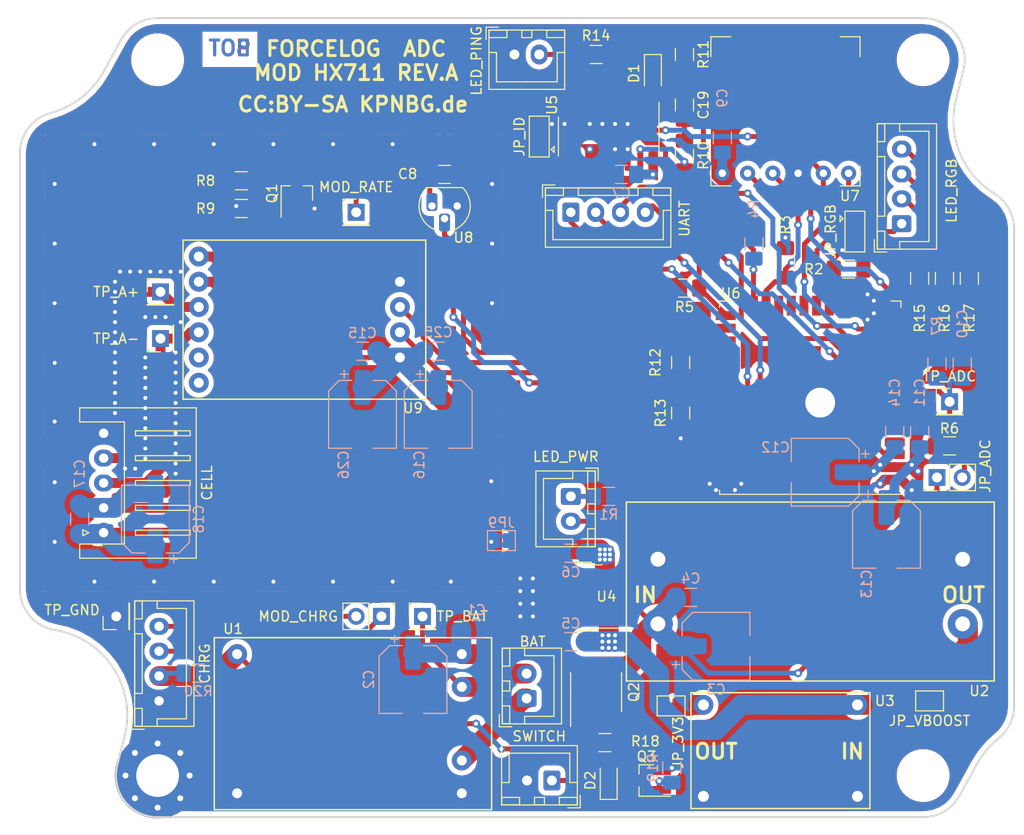
<source format=kicad_pcb>
(kicad_pcb (version 20171130) (host pcbnew 5.1.5-52549c5~84~ubuntu18.04.1)
  (layers (0 F.Cu signal) (31 B.Cu signal) (34 B.Paste user) (35 F.Paste user) (36 B.SilkS user) (37 F.SilkS user) (38 B.Mask user) (39 F.Mask user) (44 Edge.Cuts user))
  (net 0 "")
  (net 1 GND)
  (net 2 +5V)
  (net 3 +3V3)
  (net 4 +BATT)
  (net 5 "Net-(JP1-Pad1)")
  (net 6 "Net-(JP3-Pad1)")
  (net 7 "Net-(P2-Pad2)")
  (net 8 "Net-(P11-Pad3)")
  (net 9 "Net-(P11-Pad4)")
  (net 10 "Net-(JP6-Pad2)")
  (net 11 /VBOOST)
  (net 12 "Net-(C1-Pad1)")
  (net 13 "Net-(C10-Pad1)")
  (net 14 "Net-(JP2-Pad1)")
  (net 15 /Digital/QH)
  (net 16 "Net-(JP8-Pad2)")
  (net 17 "Net-(P2-Pad1)")
  (net 18 "Net-(P4-Pad3)")
  (net 19 "Net-(P4-Pad4)")
  (net 20 "Net-(P7-Pad1)")
  (net 21 /Digital/RXD)
  (net 22 /Digital/TXD)
  (net 23 /Digital/RTS)
  (net 24 /Digital/DTR)
  (net 25 "Net-(P10-Pad2)")
  (net 26 "Net-(P11-Pad2)")
  (net 27 /Analog/EX+)
  (net 28 /Analog/EX-)
  (net 29 "Net-(P12-Pad3)")
  (net 30 /Digital/HMISO)
  (net 31 /Digital/H~CS)
  (net 32 /Digital/PING)
  (net 33 /Digital/RED)
  (net 34 /Digital/GREEN)
  (net 35 /Digital/BLUE)
  (net 36 /Digital/HCLK)
  (net 37 /Digital/HMOSI)
  (net 38 /Digital/DQ)
  (net 39 /Digital/VMISO)
  (net 40 "Net-(P21-Pad1)")
  (net 41 /Analog/RATE)
  (net 42 /Analog/DT)
  (net 43 /Analog/SCK)
  (net 44 "Net-(C19-Pad2)")
  (net 45 "Net-(C19-Pad1)")
  (net 46 /Digital/SH)
  (net 47 "Net-(P12-Pad4)")
  (net 48 "Net-(P6-Pad1)")
  (net 49 "Net-(D2-PadA)")
  (net 50 "Net-(D2-PadK)")
  (module Package_TO_SOT_SMD:SOT-23_Handsoldering (layer F.Cu) (at 54.356 44.45 90)
    (fp_text reference Q1 (at 0 -2.5 90) (layer F.SilkS))
    (fp_text value 2N7002)
    (pad 3 smd rect (at 1.5 0 90) (size 1.9 0.8) (layers F.Cu F.Paste F.Mask) (net 40 "Net-(P21-Pad1)"))
    (pad 2 smd rect (at -1.5 0.95 90) (size 1.9 0.8) (layers F.Cu F.Paste F.Mask) (net 1 GND))
    (pad 1 smd rect (at -1.5 -0.95 90) (size 1.9 0.8) (layers F.Cu F.Paste F.Mask) (net 41 /Analog/RATE))
  )
  (module Resistor_SMD:R_1206_3216Metric_Pad1.42x1.75mm_HandSolder (layer B.Cu) (at 44.45 92.71)
    (fp_text reference R20 (at 0 1.82 180) (layer B.SilkS) (effects (justify mirror)))
    (fp_text value 10k)
    (pad 2 smd roundrect (at 1.4875 0) (size 1.425 1.75) (layers B.Cu B.Paste B.Mask) (roundrect_rratio 0.175439) (net 1 GND))
    (pad 1 smd roundrect (at -1.4875 0) (size 1.425 1.75) (layers B.Cu B.Paste B.Mask) (roundrect_rratio 0.175439) (net 49 "Net-(D2-PadA)"))
  )
  (module Resistor_SMD:R_1206_3216Metric_Pad1.42x1.75mm_HandSolder (layer B.Cu) (at 92.075 102.235 90)
    (fp_text reference R19 (at 0 -1.905 270) (layer B.SilkS) (effects (justify mirror)))
    (fp_text value 10k)
    (pad 2 smd roundrect (at 1.4875 0 90) (size 1.425 1.75) (layers B.Cu B.Paste B.Mask) (roundrect_rratio 0.175439) (net 1 GND))
    (pad 1 smd roundrect (at -1.4875 0 90) (size 1.425 1.75) (layers B.Cu B.Paste B.Mask) (roundrect_rratio 0.175439) (net 50 "Net-(D2-PadK)"))
  )
  (module Resistor_SMD:R_1206_3216Metric_Pad1.42x1.75mm_HandSolder (layer F.Cu) (at 85.344 99.695)
    (fp_text reference R18 (at 4.064 -0.127 180) (layer F.SilkS))
    (fp_text value 10k)
    (pad 2 smd roundrect (at 1.4875 0) (size 1.425 1.75) (layers F.Cu F.Paste F.Mask) (roundrect_rratio 0.175439) (net 48 "Net-(P6-Pad1)"))
    (pad 1 smd roundrect (at -1.4875 0) (size 1.425 1.75) (layers F.Cu F.Paste F.Mask) (roundrect_rratio 0.175439) (net 12 "Net-(C1-Pad1)"))
  )
  (module Package_TO_SOT_SMD:SOT-23_Handsoldering (layer F.Cu) (at 89.535 103.505 180)
    (fp_text reference Q3 (at 0 2.413) (layer F.SilkS))
    (fp_text value 2N7002)
    (pad 3 smd rect (at 1.5 0 180) (size 1.9 0.8) (layers F.Cu F.Paste F.Mask) (net 48 "Net-(P6-Pad1)"))
    (pad 2 smd rect (at -1.5 0.95 180) (size 1.9 0.8) (layers F.Cu F.Paste F.Mask) (net 1 GND))
    (pad 1 smd rect (at -1.5 -0.95 180) (size 1.9 0.8) (layers F.Cu F.Paste F.Mask) (net 50 "Net-(D2-PadK)"))
  )
  (module Package_SO:SO-8_3.9x4.9mm_P1.27mm (layer F.Cu) (at 84.455 94.615 90)
    (fp_text reference Q2 (at 0 3.81 90) (layer F.SilkS))
    (fp_text value Si4403DDY)
    (pad 8 smd roundrect (at 2.575 -1.905 90) (size 1.75 0.6) (layers F.Cu F.Paste F.Mask) (net 4 +BATT))
    (pad 7 smd roundrect (at 2.575 -0.635 90) (size 1.75 0.6) (layers F.Cu F.Paste F.Mask) (net 4 +BATT))
    (pad 6 smd roundrect (at 2.575 0.635 90) (size 1.75 0.6) (layers F.Cu F.Paste F.Mask) (net 4 +BATT))
    (pad 5 smd roundrect (at 2.575 1.905 90) (size 1.75 0.6) (layers F.Cu F.Paste F.Mask) (net 4 +BATT))
    (pad 4 smd roundrect (at -2.575 1.905 90) (size 1.75 0.6) (layers F.Cu F.Paste F.Mask) (net 48 "Net-(P6-Pad1)"))
    (pad 3 smd roundrect (at -2.575 0.635 90) (size 1.75 0.6) (layers F.Cu F.Paste F.Mask) (net 12 "Net-(C1-Pad1)"))
    (pad 2 smd roundrect (at -2.575 -0.635 90) (size 1.75 0.6) (layers F.Cu F.Paste F.Mask) (net 12 "Net-(C1-Pad1)"))
    (pad 1 smd roundrect (at -2.575 -1.905 90) (size 1.75 0.6) (layers F.Cu F.Paste F.Mask) (net 12 "Net-(C1-Pad1)"))
  )
  (module Diode_SMD:D_SOD-323_HandSoldering (layer F.Cu) (at 85.725 103.505 90)
    (fp_text reference D2 (at 0 -1.85 90) (layer F.SilkS))
    (fp_text value 1n4148)
    (pad A smd rect (at 1.25 0 90) (size 1 1) (layers F.Cu F.Paste F.Mask) (net 49 "Net-(D2-PadA)"))
    (pad K smd rect (at -1.25 0 90) (size 1 1) (layers F.Cu F.Paste F.Mask) (net 50 "Net-(D2-PadK)"))
  )
  (module Connector_JST:JST_XH_S5B-XH-A_1x05_P2.50mm_Horizontal (layer F.Cu) (at 34.925 78.58 90)
    (fp_text reference P12 hide)
    (fp_text value CELL (at 5 10.4 90) (layer F.SilkS))
    (pad 5 thru_hole oval (at 10 0 90) (size 1.7 1.95) (drill 0.95) (layers *.Cu *.Mask) (net 1 GND))
    (pad 4 thru_hole oval (at 7.5 0 90) (size 1.7 1.95) (drill 0.95) (layers *.Cu *.Mask) (net 47 "Net-(P12-Pad4)"))
    (pad 3 thru_hole oval (at 5 0 90) (size 1.7 1.95) (drill 0.95) (layers *.Cu *.Mask) (net 29 "Net-(P12-Pad3)"))
    (pad 2 thru_hole oval (at 2.5 0 90) (size 1.7 1.95) (drill 0.95) (layers *.Cu *.Mask) (net 28 /Analog/EX-))
    (pad 1 thru_hole roundrect (at 0 0 90) (size 1.7 1.95) (drill 0.95) (layers *.Cu *.Mask) (roundrect_rratio 0.147059) (net 27 /Analog/EX+))
  )
  (module Resistor_SMD:R_1206_3216Metric_Pad1.42x1.75mm_HandSolder (layer F.Cu) (at 93.345 30.48 270)
    (fp_text reference R11 (at 0 -1.905 90) (layer F.SilkS))
    (fp_text value 10k)
    (pad 2 smd roundrect (at 1.4875 0 270) (size 1.425 1.75) (layers F.Cu F.Paste F.Mask) (roundrect_rratio 0.175439) (net 45 "Net-(C19-Pad1)"))
    (pad 1 smd roundrect (at -1.4875 0 270) (size 1.425 1.75) (layers F.Cu F.Paste F.Mask) (roundrect_rratio 0.175439) (net 3 +3V3))
  )
  (module Resistor_SMD:R_1206_3216Metric_Pad1.42x1.75mm_HandSolder (layer F.Cu) (at 93.345 40.64 90)
    (fp_text reference R10 (at 0 1.905 90) (layer F.SilkS))
    (fp_text value 470)
    (pad 2 smd roundrect (at 1.4875 0 90) (size 1.425 1.75) (layers F.Cu F.Paste F.Mask) (roundrect_rratio 0.175439) (net 44 "Net-(C19-Pad2)"))
    (pad 1 smd roundrect (at -1.4875 0 90) (size 1.425 1.75) (layers F.Cu F.Paste F.Mask) (roundrect_rratio 0.175439) (net 46 /Digital/SH))
  )
  (module Diode_SMD:D_SOD-323_HandSoldering (layer F.Cu) (at 90.17 32.385 270)
    (fp_text reference D1 (at 0 1.905 90) (layer F.SilkS))
    (fp_text value BAT54)
    (pad A smd rect (at 1.25 0 270) (size 1 1) (layers F.Cu F.Paste F.Mask) (net 45 "Net-(C19-Pad1)"))
    (pad K smd rect (at -1.25 0 270) (size 1 1) (layers F.Cu F.Paste F.Mask) (net 3 +3V3))
  )
  (module Capacitor_SMD:C_1206_3216Metric_Pad1.42x1.75mm_HandSolder (layer F.Cu) (at 93.345 35.56 270)
    (fp_text reference C19 (at 0 -1.905 90) (layer F.SilkS))
    (fp_text value 100n)
    (pad 2 smd roundrect (at 1.4875 0 270) (size 1.425 1.75) (layers F.Cu F.Paste F.Mask) (roundrect_rratio 0.175439) (net 44 "Net-(C19-Pad2)"))
    (pad 1 smd roundrect (at -1.4875 0 270) (size 1.425 1.75) (layers F.Cu F.Paste F.Mask) (roundrect_rratio 0.175439) (net 45 "Net-(C19-Pad1)"))
  )
  (module MountingHole:MountingHole_4.3mm_M4_DIN965 (layer F.Cu) (at 117.35 31.008652)
    (fp_text reference P19 hide)
    (fp_text value MNT_ins)
    (pad 1 np_thru_hole circle (at 0 0) (size 4.3 4.3) (drill 4.3) (layers *.Cu *.Mask))
  )
  (module MountingHole:MountingHole_4.3mm_M4_DIN965 (layer F.Cu) (at 117.35 103.008651)
    (fp_text reference P18 hide)
    (fp_text value MNT_ins)
    (pad 1 np_thru_hole circle (at 0 0) (size 4.3 4.3) (drill 4.3) (layers *.Cu *.Mask))
  )
  (module MountingHole:MountingHole_4.3mm_M4_DIN965 (layer F.Cu) (at 40.350001 31.008652)
    (fp_text reference P20 hide)
    (fp_text value MNT_shield)
    (pad 1 np_thru_hole circle (at 0 0) (size 4.3 4.3) (drill 4.3) (layers *.Cu *.Mask))
  )
  (module MountingHole:MountingHole_4.3mm_M4_Pad_Via (layer F.Cu) (at 40.350001 103.008651)
    (fp_text reference P17 hide)
    (fp_text value MNT_ins)
    (pad 1 thru_hole circle (at 2.280419 -2.280419) (size 0.9 0.9) (drill 0.6) (layers *.Cu *.Mask) (net 1 GND))
    (pad 1 thru_hole circle (at 0 -3.225) (size 0.9 0.9) (drill 0.6) (layers *.Cu *.Mask) (net 1 GND))
    (pad 1 thru_hole circle (at -2.280419 -2.280419) (size 0.9 0.9) (drill 0.6) (layers *.Cu *.Mask) (net 1 GND))
    (pad 1 thru_hole circle (at -3.225 0) (size 0.9 0.9) (drill 0.6) (layers *.Cu *.Mask) (net 1 GND))
    (pad 1 thru_hole circle (at -2.280419 2.280419) (size 0.9 0.9) (drill 0.6) (layers *.Cu *.Mask) (net 1 GND))
    (pad 1 thru_hole circle (at 0 3.225) (size 0.9 0.9) (drill 0.6) (layers *.Cu *.Mask) (net 1 GND))
    (pad 1 thru_hole circle (at 2.280419 2.280419) (size 0.9 0.9) (drill 0.6) (layers *.Cu *.Mask) (net 1 GND))
    (pad 1 thru_hole circle (at 3.225 0) (size 0.9 0.9) (drill 0.6) (layers *.Cu *.Mask) (net 1 GND))
    (pad 1 thru_hole circle (at 0 0) (size 8.6 8.6) (drill 4.3) (layers *.Cu *.Mask) (net 1 GND))
  )
  (module Capacitor_SMD:CP_Elec_6.3x5.7 (layer B.Cu) (at 40.132 77.216 90)
    (fp_text reference C18 (at 0 4.35 90) (layer B.SilkS) (effects (justify mirror)))
    (fp_text value 10µ)
    (pad 2 smd roundrect (at 2.7 0 90) (size 3.5 1.6) (layers B.Cu B.Paste B.Mask) (roundrect_rratio 0.15625) (net 28 /Analog/EX-))
    (pad 1 smd roundrect (at -2.7 0 90) (size 3.5 1.6) (layers B.Cu B.Paste B.Mask) (roundrect_rratio 0.15625) (net 27 /Analog/EX+))
  )
  (module Capacitor_SMD:C_1206_3216Metric_Pad1.42x1.75mm_HandSolder (layer B.Cu) (at 32.512 77.216 90)
    (fp_text reference C17 (at 4.572 0 90) (layer B.SilkS) (effects (justify mirror)))
    (fp_text value 100n)
    (pad 2 smd roundrect (at 1.4875 0 90) (size 1.425 1.75) (layers B.Cu B.Paste B.Mask) (roundrect_rratio 0.175439) (net 28 /Analog/EX-))
    (pad 1 smd roundrect (at -1.4875 0 90) (size 1.425 1.75) (layers B.Cu B.Paste B.Mask) (roundrect_rratio 0.175439) (net 27 /Analog/EX+))
  )
  (module buck:hx711 (layer F.Cu) (at 54.61 57.15)
    (fp_text reference U9 (at 11.43 8.89) (layer F.SilkS))
    (fp_text value HX711)
    (pad 1 thru_hole circle (at -10.115 -6.35) (size 2 2) (drill 1) (layers *.Cu *.Mask) (net 27 /Analog/EX+))
    (pad 2 thru_hole circle (at -10.115 -3.81) (size 2 2) (drill 1) (layers *.Cu *.Mask) (net 28 /Analog/EX-))
    (pad 3 thru_hole circle (at -10.115 -1.27) (size 2 2) (drill 1) (layers *.Cu *.Mask) (net 47 "Net-(P12-Pad4)"))
    (pad 4 thru_hole circle (at -10.115 1.27) (size 2 2) (drill 1) (layers *.Cu *.Mask) (net 29 "Net-(P12-Pad3)"))
    (pad 5 thru_hole circle (at -10.115 3.81) (size 2 2) (drill 1) (layers *.Cu *.Mask))
    (pad 6 thru_hole circle (at -10.115 6.35) (size 2 2) (drill 1) (layers *.Cu *.Mask))
    (pad 7 thru_hole circle (at 10.115 3.81) (size 2 2) (drill 1) (layers *.Cu *.Mask) (net 2 +5V))
    (pad 8 thru_hole circle (at 10.115 1.27) (size 2 2) (drill 1) (layers *.Cu *.Mask) (net 43 /Analog/SCK))
    (pad 9 thru_hole circle (at 10.115 -1.27) (size 2 2) (drill 1) (layers *.Cu *.Mask) (net 42 /Analog/DT))
    (pad 10 thru_hole circle (at 10.115 -3.81) (size 2 2) (drill 1) (layers *.Cu *.Mask) (net 1 GND))
  )
  (module Resistor_SMD:R_1206_3216Metric_Pad1.42x1.75mm_HandSolder (layer F.Cu) (at 48.768 45.974)
    (fp_text reference R9 (at -3.5925 0) (layer F.SilkS))
    (fp_text value 10k)
    (pad 2 smd roundrect (at 1.4875 0) (size 1.425 1.75) (layers F.Cu F.Paste F.Mask) (roundrect_rratio 0.175439) (net 41 /Analog/RATE))
    (pad 1 smd roundrect (at -1.4875 0) (size 1.425 1.75) (layers F.Cu F.Paste F.Mask) (roundrect_rratio 0.175439) (net 1 GND))
  )
  (module Resistor_SMD:R_1206_3216Metric_Pad1.42x1.75mm_HandSolder (layer F.Cu) (at 48.768 43.18)
    (fp_text reference R8 (at -3.5925 0) (layer F.SilkS))
    (fp_text value 10k)
    (pad 2 smd roundrect (at 1.4875 0) (size 1.425 1.75) (layers F.Cu F.Paste F.Mask) (roundrect_rratio 0.175439) (net 40 "Net-(P21-Pad1)"))
    (pad 1 smd roundrect (at -1.4875 0) (size 1.425 1.75) (layers F.Cu F.Paste F.Mask) (roundrect_rratio 0.175439) (net 2 +5V))
  )
  (module Connector_PinHeader_2.54mm:PinHeader_1x01_P2.54mm_Vertical (layer F.Cu) (at 60.325 46.355)
    (fp_text reference P21 hide)
    (fp_text value MOD_RATE (at 0 -2.54) (layer F.SilkS))
    (pad 1 thru_hole rect (at 0 0) (size 1.7 1.7) (drill 1) (layers *.Cu *.Mask) (net 40 "Net-(P21-Pad1)"))
  )
  (module Connector_PinHeader_2.54mm:PinHeader_1x01_P2.54mm_Vertical (layer F.Cu) (at 40.64 54.356)
    (fp_text reference P13 hide)
    (fp_text value TP_A+ (at -4.445 0) (layer F.SilkS))
    (pad 1 thru_hole rect (at 0 0) (size 1.7 1.7) (drill 1) (layers *.Cu *.Mask) (net 47 "Net-(P12-Pad4)"))
  )
  (module Capacitor_SMD:CP_Elec_6.3x5.7 (layer B.Cu) (at 68.58 66.675 270)
    (fp_text reference C16 (at 5.08 1.905 90) (layer B.SilkS) (effects (justify mirror)))
    (fp_text value 10µ)
    (pad 2 smd roundrect (at 2.7 0 270) (size 3.5 1.6) (layers B.Cu B.Paste B.Mask) (roundrect_rratio 0.15625) (net 1 GND))
    (pad 1 smd roundrect (at -2.7 0 270) (size 3.5 1.6) (layers B.Cu B.Paste B.Mask) (roundrect_rratio 0.15625) (net 2 +5V))
  )
  (module Capacitor_SMD:C_1206_3216Metric_Pad1.42x1.75mm_HandSolder (layer B.Cu) (at 60.96 60.325 180)
    (fp_text reference C15 (at 0 1.82) (layer B.SilkS) (effects (justify mirror)))
    (fp_text value 100n)
    (pad 2 smd roundrect (at 1.4875 0 180) (size 1.425 1.75) (layers B.Cu B.Paste B.Mask) (roundrect_rratio 0.175439) (net 1 GND))
    (pad 1 smd roundrect (at -1.4875 0 180) (size 1.425 1.75) (layers B.Cu B.Paste B.Mask) (roundrect_rratio 0.175439) (net 2 +5V))
  )
  (module buck:MT3608_module_boost (layer F.Cu) (at 106 84.5)
    (fp_text reference U2 (at 17 10) (layer F.SilkS))
    (fp_text value BoostConverter)
    (pad 4 thru_hole circle (at 15.325 -3.25) (size 3 3) (drill 1.5) (layers *.Cu *.Mask) (net 1 GND))
    (pad 3 thru_hole circle (at 15.325 3.25) (size 3 3) (drill 1.5) (layers *.Cu *.Mask) (net 5 "Net-(JP1-Pad1)"))
    (pad 2 thru_hole circle (at -15.325 3.25) (size 3 3) (drill 1.5) (layers *.Cu *.Mask) (net 4 +BATT))
    (pad 1 thru_hole circle (at -15.325 -3.25) (size 3 3) (drill 1.5) (layers *.Cu *.Mask) (net 1 GND))
  )
  (module Connector_PinHeader_2.54mm:PinHeader_1x01_P2.54mm_Vertical (layer F.Cu) (at 40.64 59.055 90)
    (fp_text reference P14 hide)
    (fp_text value TP_A- (at 0 -4.445 180) (layer F.SilkS))
    (pad 1 thru_hole rect (at 0 0 90) (size 1.7 1.7) (drill 1) (layers *.Cu *.Mask) (net 29 "Net-(P12-Pad3)"))
  )
  (module Connector_PinHeader_2.54mm:PinHeader_1x01_P2.54mm_Vertical (layer F.Cu) (at 120.015 65.405)
    (fp_text reference P8 hide)
    (fp_text value TP_ADC (at -0.015 -2.555 180) (layer F.SilkS))
    (pad 1 thru_hole rect (at 0 0) (size 1.7 1.7) (drill 1) (layers *.Cu *.Mask) (net 13 "Net-(C10-Pad1)"))
  )
  (module Connector_PinHeader_2.54mm:PinHeader_1x01_P2.54mm_Vertical (layer F.Cu) (at 67 87)
    (fp_text reference P3 hide)
    (fp_text value TP_BAT (at 4 -0.005) (layer F.SilkS))
    (pad 1 thru_hole rect (at 0 0) (size 1.7 1.7) (drill 1) (layers *.Cu *.Mask) (net 7 "Net-(P2-Pad2)"))
  )
  (module Connector_PinHeader_2.54mm:PinHeader_1x01_P2.54mm_Vertical (layer F.Cu) (at 36.195 86.995 90)
    (fp_text reference P1 hide)
    (fp_text value TP_GND (at 0.635 -4.445 180) (layer F.SilkS))
    (pad 1 thru_hole rect (at 0 0 90) (size 1.7 1.7) (drill 1) (layers *.Cu *.Mask) (net 1 GND))
  )
  (module Package_TO_SOT_THT:TO-92_HandSolder (layer F.Cu) (at 70.485 45.72 180)
    (fp_text reference U8 (at -0.635 -3.175) (layer F.SilkS))
    (fp_text value DS18B20)
    (pad 1 thru_hole rect (at 0 0 180) (size 1.1 1.8) (drill 0.75 (offset 0 0.4)) (layers *.Cu *.Mask) (net 1 GND))
    (pad 3 thru_hole roundrect (at 2.54 0 180) (size 1.1 1.8) (drill 0.75 (offset 0 0.4)) (layers *.Cu *.Mask) (net 3 +3V3))
    (pad 2 thru_hole roundrect (at 1.27 -1.27 180) (size 1.1 1.8) (drill 0.75 (offset 0 -0.4)) (layers *.Cu *.Mask) (net 38 /Digital/DQ))
  )
  (module buck:dsn-mini-360_buck (layer F.Cu) (at 103 100.5)
    (fp_text reference U3 (at 10.5 -5) (layer F.SilkS))
    (fp_text value BuckConverter)
    (pad 1 thru_hole circle (at 7.75 -4.6) (size 2 2) (drill 1.1) (layers *.Cu *.Mask) (net 11 /VBOOST))
    (pad 2 thru_hole circle (at 7.75 4.6) (size 2 2) (drill 1.1) (layers *.Cu *.Mask) (net 1 GND))
    (pad 4 thru_hole circle (at -7.75 4.6) (size 2 2) (drill 1.1) (layers *.Cu *.Mask) (net 1 GND))
    (pad 3 thru_hole circle (at -7.75 -4.6) (size 2 2) (drill 1.1) (layers *.Cu *.Mask) (net 14 "Net-(JP2-Pad1)"))
  )
  (module Capacitor_SMD:C_1206_3216Metric_Pad1.42x1.75mm_HandSolder (layer B.Cu) (at 72.39 88.265)
    (fp_text reference C1 (at 0 -1.905 180) (layer B.SilkS) (effects (justify mirror)))
    (fp_text value 100n)
    (pad 1 smd roundrect (at -1.4875 0) (size 1.425 1.75) (layers B.Cu B.Paste B.Mask) (roundrect_rratio 0.175439) (net 12 "Net-(C1-Pad1)"))
    (pad 2 smd roundrect (at 1.4875 0) (size 1.425 1.75) (layers B.Cu B.Paste B.Mask) (roundrect_rratio 0.175439) (net 1 GND))
  )
  (module Capacitor_SMD:CP_Elec_6.3x5.7 (layer B.Cu) (at 66.04 93.345 270)
    (fp_text reference C2 (at 0 4.445 90) (layer B.SilkS) (effects (justify mirror)))
    (fp_text value 10µ)
    (pad 1 smd roundrect (at -2.7 0 270) (size 3.5 1.6) (layers B.Cu B.Paste B.Mask) (roundrect_rratio 0.15625) (net 12 "Net-(C1-Pad1)"))
    (pad 2 smd roundrect (at 2.7 0 270) (size 3.5 1.6) (layers B.Cu B.Paste B.Mask) (roundrect_rratio 0.15625) (net 1 GND))
  )
  (module Capacitor_SMD:CP_Elec_6.3x5.7 (layer B.Cu) (at 96.52 90)
    (fp_text reference C3 (at 0 4.35) (layer B.SilkS) (effects (justify mirror)))
    (fp_text value 10µ)
    (pad 1 smd roundrect (at -2.7 0) (size 3.5 1.6) (layers B.Cu B.Paste B.Mask) (roundrect_rratio 0.15625) (net 4 +BATT))
    (pad 2 smd roundrect (at 2.7 0) (size 3.5 1.6) (layers B.Cu B.Paste B.Mask) (roundrect_rratio 0.15625) (net 1 GND))
  )
  (module Capacitor_SMD:C_1206_3216Metric_Pad1.42x1.75mm_HandSolder (layer B.Cu) (at 93.98 85.09)
    (fp_text reference C4 (at 0 -1.905) (layer B.SilkS) (effects (justify mirror)))
    (fp_text value 100n)
    (pad 2 smd roundrect (at 1.4875 0) (size 1.425 1.75) (layers B.Cu B.Paste B.Mask) (roundrect_rratio 0.175439) (net 1 GND))
    (pad 1 smd roundrect (at -1.4875 0) (size 1.425 1.75) (layers B.Cu B.Paste B.Mask) (roundrect_rratio 0.175439) (net 4 +BATT))
  )
  (module Capacitor_SMD:C_1206_3216Metric_Pad1.42x1.75mm_HandSolder (layer B.Cu) (at 81.915 89.535 180)
    (fp_text reference C5 (at 0 1.82) (layer B.SilkS) (effects (justify mirror)))
    (fp_text value 330n)
    (pad 2 smd roundrect (at 1.4875 0 180) (size 1.425 1.75) (layers B.Cu B.Paste B.Mask) (roundrect_rratio 0.175439) (net 1 GND))
    (pad 1 smd roundrect (at -1.4875 0 180) (size 1.425 1.75) (layers B.Cu B.Paste B.Mask) (roundrect_rratio 0.175439) (net 11 /VBOOST))
  )
  (module Capacitor_SMD:C_1206_3216Metric_Pad1.42x1.75mm_HandSolder (layer B.Cu) (at 81.915 80.645 180)
    (fp_text reference C6 (at 0 -1.905 180) (layer B.SilkS) (effects (justify mirror)))
    (fp_text value 100n)
    (pad 1 smd roundrect (at -1.4875 0 180) (size 1.425 1.75) (layers B.Cu B.Paste B.Mask) (roundrect_rratio 0.175439) (net 2 +5V))
    (pad 2 smd roundrect (at 1.4875 0 180) (size 1.425 1.75) (layers B.Cu B.Paste B.Mask) (roundrect_rratio 0.175439) (net 1 GND))
  )
  (module Capacitor_SMD:C_1206_3216Metric_Pad1.42x1.75mm_HandSolder (layer B.Cu) (at 86.995 42.545 180)
    (fp_text reference C7 (at 0 -1.905 180) (layer B.SilkS) (effects (justify mirror)))
    (fp_text value 100n)
    (pad 1 smd roundrect (at -1.4875 0 180) (size 1.425 1.75) (layers B.Cu B.Paste B.Mask) (roundrect_rratio 0.175439) (net 3 +3V3))
    (pad 2 smd roundrect (at 1.4875 0 180) (size 1.425 1.75) (layers B.Cu B.Paste B.Mask) (roundrect_rratio 0.175439) (net 1 GND))
  )
  (module Capacitor_SMD:C_1206_3216Metric_Pad1.42x1.75mm_HandSolder (layer F.Cu) (at 69.215 42.545)
    (fp_text reference C8 (at -3.715 -0.045) (layer F.SilkS))
    (fp_text value 100n)
    (pad 2 smd roundrect (at 1.4875 0) (size 1.425 1.75) (layers F.Cu F.Paste F.Mask) (roundrect_rratio 0.175439) (net 1 GND))
    (pad 1 smd roundrect (at -1.4875 0) (size 1.425 1.75) (layers F.Cu F.Paste F.Mask) (roundrect_rratio 0.175439) (net 3 +3V3))
  )
  (module Capacitor_SMD:C_1206_3216Metric_Pad1.42x1.75mm_HandSolder (layer B.Cu) (at 97.155 38.862 90)
    (fp_text reference C9 (at 4 0 270) (layer B.SilkS) (effects (justify mirror)))
    (fp_text value 100n)
    (pad 2 smd roundrect (at 1.4875 0 90) (size 1.425 1.75) (layers B.Cu B.Paste B.Mask) (roundrect_rratio 0.175439) (net 1 GND))
    (pad 1 smd roundrect (at -1.4875 0 90) (size 1.425 1.75) (layers B.Cu B.Paste B.Mask) (roundrect_rratio 0.175439) (net 3 +3V3))
  )
  (module Capacitor_SMD:C_1206_3216Metric_Pad1.42x1.75mm_HandSolder (layer B.Cu) (at 121.285 61.595 90)
    (fp_text reference C10 (at 4 0 90) (layer B.SilkS) (effects (justify mirror)))
    (fp_text value 100n)
    (pad 2 smd roundrect (at 1.4875 0 90) (size 1.425 1.75) (layers B.Cu B.Paste B.Mask) (roundrect_rratio 0.175439) (net 1 GND))
    (pad 1 smd roundrect (at -1.4875 0 90) (size 1.425 1.75) (layers B.Cu B.Paste B.Mask) (roundrect_rratio 0.175439) (net 13 "Net-(C10-Pad1)"))
  )
  (module Capacitor_SMD:C_1206_3216Metric_Pad1.42x1.75mm_HandSolder (layer B.Cu) (at 117 68.5 90)
    (fp_text reference C11 (at 4 0 90) (layer B.SilkS) (effects (justify mirror)))
    (fp_text value 100n)
    (pad 2 smd roundrect (at 1.4875 0 90) (size 1.425 1.75) (layers B.Cu B.Paste B.Mask) (roundrect_rratio 0.175439) (net 1 GND))
    (pad 1 smd roundrect (at -1.4875 0 90) (size 1.425 1.75) (layers B.Cu B.Paste B.Mask) (roundrect_rratio 0.175439) (net 3 +3V3))
  )
  (module Capacitor_SMD:CP_Elec_6.3x5.7 (layer B.Cu) (at 107.5 72.5 180)
    (fp_text reference C12 (at 5 2.5 180) (layer B.SilkS) (effects (justify mirror)))
    (fp_text value 10µ)
    (pad 2 smd roundrect (at 2.7 0 180) (size 3.5 1.6) (layers B.Cu B.Paste B.Mask) (roundrect_rratio 0.15625) (net 1 GND))
    (pad 1 smd roundrect (at -2.7 0 180) (size 3.5 1.6) (layers B.Cu B.Paste B.Mask) (roundrect_rratio 0.15625) (net 3 +3V3))
  )
  (module Capacitor_SMD:CP_Elec_6.3x5.7 (layer B.Cu) (at 113.665 78.74 270)
    (fp_text reference C13 (at 5 2 90) (layer B.SilkS) (effects (justify mirror)))
    (fp_text value 10µ)
    (pad 1 smd roundrect (at -2.7 0 270) (size 3.5 1.6) (layers B.Cu B.Paste B.Mask) (roundrect_rratio 0.15625) (net 3 +3V3))
    (pad 2 smd roundrect (at 2.7 0 270) (size 3.5 1.6) (layers B.Cu B.Paste B.Mask) (roundrect_rratio 0.15625) (net 1 GND))
  )
  (module Capacitor_SMD:C_1206_3216Metric_Pad1.42x1.75mm_HandSolder (layer B.Cu) (at 114.5 68.5 90)
    (fp_text reference C14 (at 4 0 90) (layer B.SilkS) (effects (justify mirror)))
    (fp_text value 100n)
    (pad 1 smd roundrect (at -1.4875 0 90) (size 1.425 1.75) (layers B.Cu B.Paste B.Mask) (roundrect_rratio 0.175439) (net 3 +3V3))
    (pad 2 smd roundrect (at 1.4875 0 90) (size 1.425 1.75) (layers B.Cu B.Paste B.Mask) (roundrect_rratio 0.175439) (net 1 GND))
  )
  (module Capacitor_SMD:C_1206_3216Metric_Pad1.42x1.75mm_HandSolder (layer B.Cu) (at 68.58 60.325)
    (fp_text reference C25 (at 0 -1.905) (layer B.SilkS) (effects (justify mirror)))
    (fp_text value 100n)
    (pad 2 smd roundrect (at 1.4875 0) (size 1.425 1.75) (layers B.Cu B.Paste B.Mask) (roundrect_rratio 0.175439) (net 1 GND))
    (pad 1 smd roundrect (at -1.4875 0) (size 1.425 1.75) (layers B.Cu B.Paste B.Mask) (roundrect_rratio 0.175439) (net 2 +5V))
  )
  (module Capacitor_SMD:CP_Elec_6.3x5.7 (layer B.Cu) (at 60.96 66.675 270)
    (fp_text reference C26 (at 5.08 1.905 90) (layer B.SilkS) (effects (justify mirror)))
    (fp_text value 10µ)
    (pad 2 smd roundrect (at 2.7 0 270) (size 3.5 1.6) (layers B.Cu B.Paste B.Mask) (roundrect_rratio 0.15625) (net 1 GND))
    (pad 1 smd roundrect (at -2.7 0 270) (size 3.5 1.6) (layers B.Cu B.Paste B.Mask) (roundrect_rratio 0.15625) (net 2 +5V))
  )
  (module Jumper:SolderJumper-2_P1.3mm_Open_Pad1.0x1.5mm (layer F.Cu) (at 118 95.5 180)
    (fp_text reference JP1 hide)
    (fp_text value JP_VBOOST (at 0 -2) (layer F.SilkS))
    (pad 2 smd rect (at 0.65 0 180) (size 1 1.5) (layers F.Cu F.Mask) (net 11 /VBOOST))
    (pad 1 smd rect (at -0.65 0 180) (size 1 1.5) (layers F.Cu F.Mask) (net 5 "Net-(JP1-Pad1)"))
  )
  (module jumper:SolderJumper-2_P1.3mm_Open_Pad1.0x1.5mm (layer F.Cu) (at 92 96 180)
    (fp_text reference JP2 hide)
    (fp_text value JP_3V3 (at -0.71 -3.695 90) (layer F.SilkS))
    (pad 2 smd rect (at 0.65 0 180) (size 1 1.5) (layers F.Cu F.Mask) (net 3 +3V3))
    (pad 1 smd rect (at -0.65 0 180) (size 1 1.5) (layers F.Cu F.Mask) (net 14 "Net-(JP2-Pad1)"))
  )
  (module jumper:SolderJumper-3_P1.3mm_Open_Pad1.0x1.5mm (layer F.Cu) (at 78.74 38.735 90)
    (fp_text reference JP3 hide)
    (fp_text value JP_ID (at 0 -2 90) (layer F.SilkS))
    (pad 3 smd rect (at 1.3 0 90) (size 1 1.5) (layers F.Cu F.Mask) (net 1 GND))
    (pad 2 smd rect (at 0 0 90) (size 1 1.5) (layers F.Cu F.Mask) (net 15 /Digital/QH))
    (pad 1 smd rect (at -1.3 0 90) (size 1 1.5) (layers F.Cu F.Mask) (net 6 "Net-(JP3-Pad1)"))
  )
  (module Connector_PinHeader_2.54mm:PinHeader_1x02_P2.54mm_Vertical (layer F.Cu) (at 118.745 73.025 90)
    (fp_text reference JP6 hide)
    (fp_text value JP_ADC (at 1.143 4.855 270) (layer F.SilkS))
    (pad 1 thru_hole rect (at 0 0 90) (size 1.7 1.7) (drill 1) (layers *.Cu *.Mask) (net 4 +BATT))
    (pad 2 thru_hole oval (at 0 2.54 90) (size 1.7 1.7) (drill 1) (layers *.Cu *.Mask) (net 10 "Net-(JP6-Pad2)"))
  )
  (module Jumper:SolderJumper-3_P1.3mm_Open_Pad1.0x1.5mm (layer F.Cu) (at 110.49 48.29 270)
    (fp_text reference JP8 hide)
    (fp_text value JP_RGB (at 0 2.45 90) (layer F.SilkS))
    (pad 3 smd rect (at 1.3 0 270) (size 1 1.5) (layers F.Cu F.Mask) (net 1 GND))
    (pad 2 smd rect (at 0 0 270) (size 1 1.5) (layers F.Cu F.Mask) (net 16 "Net-(JP8-Pad2)"))
    (pad 1 smd rect (at -1.3 0 270) (size 1 1.5) (layers F.Cu F.Mask) (net 3 +3V3))
  )
  (module Jumper:SolderJumper-2_P1.3mm_Bridged2Bar_Pad1.0x1.5mm (layer B.Cu) (at 74.93 79.375 180)
    (fp_text reference JP9 (at 0 1.8) (layer B.SilkS) (effects (justify mirror)))
    (fp_text value Jumper_2_Bridged)
    (fp_poly (pts (xy -0.25 -0.2) (xy 0.25 -0.2) (xy 0.25 -0.6) (xy -0.25 -0.6)) (layer B.Cu) (width 0))
    (fp_poly (pts (xy -0.25 0.6) (xy 0.25 0.6) (xy 0.25 0.2) (xy -0.25 0.2)) (layer B.Cu) (width 0))
    (pad 1 smd rect (at -0.65 0 180) (size 1 1.5) (layers B.Cu B.Mask) (net 1 GND))
    (pad 2 smd rect (at 0.65 0 180) (size 1 1.5) (layers B.Cu B.Mask) (net 1 GND))
  )
  (module Connector_JST:JST_XH_B2B-XH-A_1x02_P2.50mm_Vertical (layer F.Cu) (at 77.47 95.25 90)
    (fp_text reference P2 hide)
    (fp_text value BAT (at 5.715 0.605) (layer F.SilkS))
    (pad 1 thru_hole roundrect (at 0 0 90) (size 1.7 2) (drill 1) (layers *.Cu *.Mask) (roundrect_rratio 0.147059) (net 17 "Net-(P2-Pad1)"))
    (pad 2 thru_hole oval (at 2.5 0 90) (size 1.7 2) (drill 1) (layers *.Cu *.Mask) (net 7 "Net-(P2-Pad2)"))
  )
  (module Connector_JST:JST_XH_B4B-XH-A_1x04_P2.50mm_Vertical (layer F.Cu) (at 40.5 95.5 90)
    (fp_text reference P4 hide)
    (fp_text value CHRG (at 3.75 4.6 90) (layer F.SilkS))
    (pad 1 thru_hole roundrect (at 0 0 90) (size 1.7 1.95) (drill 0.95) (layers *.Cu *.Mask) (roundrect_rratio 0.147059) (net 1 GND))
    (pad 2 thru_hole oval (at 2.5 0 90) (size 1.7 1.95) (drill 0.95) (layers *.Cu *.Mask) (net 49 "Net-(D2-PadA)"))
    (pad 3 thru_hole oval (at 5 0 90) (size 1.7 1.95) (drill 0.95) (layers *.Cu *.Mask) (net 18 "Net-(P4-Pad3)"))
    (pad 4 thru_hole oval (at 7.5 0 90) (size 1.7 1.95) (drill 0.95) (layers *.Cu *.Mask) (net 19 "Net-(P4-Pad4)"))
  )
  (module Connector_PinHeader_2.54mm:PinHeader_1x02_P2.54mm_Vertical (layer F.Cu) (at 62.865 86.995 270)
    (fp_text reference P5 hide)
    (fp_text value MOD_CHRG (at 0.005 8.365 180) (layer F.SilkS))
    (pad 1 thru_hole rect (at 0 0 270) (size 1.7 1.7) (drill 1) (layers *.Cu *.Mask) (net 18 "Net-(P4-Pad3)"))
    (pad 2 thru_hole oval (at 0 2.54 270) (size 1.7 1.7) (drill 1) (layers *.Cu *.Mask) (net 19 "Net-(P4-Pad4)"))
  )
  (module Connector_JST:JST_XH_B2B-XH-A_1x02_P2.50mm_Vertical (layer F.Cu) (at 80.01 103.505 180)
    (fp_text reference P6 hide)
    (fp_text value SWITCH (at 1.27 4.445) (layer F.SilkS))
    (pad 2 thru_hole oval (at 2.5 0 180) (size 1.7 2) (drill 1) (layers *.Cu *.Mask) (net 1 GND))
    (pad 1 thru_hole roundrect (at 0 0 180) (size 1.7 2) (drill 1) (layers *.Cu *.Mask) (roundrect_rratio 0.147059) (net 48 "Net-(P6-Pad1)"))
  )
  (module Connector_JST:JST_XH_B2B-XH-A_1x02_P2.50mm_Vertical (layer F.Cu) (at 81.915 74.93 270)
    (fp_text reference P7 hide)
    (fp_text value LED_PWR (at -4 0.5 180) (layer F.SilkS))
    (pad 1 thru_hole roundrect (at 0 0 270) (size 1.7 2) (drill 1) (layers *.Cu *.Mask) (roundrect_rratio 0.147059) (net 20 "Net-(P7-Pad1)"))
    (pad 2 thru_hole oval (at 2.5 0 270) (size 1.7 2) (drill 1) (layers *.Cu *.Mask) (net 4 +BATT))
  )
  (module Connector_JST:JST_XH_B4B-XH-A_1x04_P2.50mm_Vertical (layer F.Cu) (at 81.915 46.355)
    (fp_text reference P9 hide)
    (fp_text value UART (at 11.43 0.635 270) (layer F.SilkS))
    (pad 1 thru_hole roundrect (at 0 0) (size 1.7 1.95) (drill 0.95) (layers *.Cu *.Mask) (roundrect_rratio 0.147059) (net 21 /Digital/RXD))
    (pad 2 thru_hole oval (at 2.5 0) (size 1.7 1.95) (drill 0.95) (layers *.Cu *.Mask) (net 22 /Digital/TXD))
    (pad 3 thru_hole oval (at 5 0) (size 1.7 1.95) (drill 0.95) (layers *.Cu *.Mask) (net 23 /Digital/RTS))
    (pad 4 thru_hole oval (at 7.5 0) (size 1.7 1.95) (drill 0.95) (layers *.Cu *.Mask) (net 24 /Digital/DTR))
  )
  (module Connector_JST:JST_XH_B2B-XH-A_1x02_P2.50mm_Vertical (layer F.Cu) (at 76.24 30.48)
    (fp_text reference P10 hide)
    (fp_text value LED_PING (at -3.81 0.635 90) (layer F.SilkS))
    (pad 2 thru_hole oval (at 2.5 0) (size 1.7 2) (drill 1) (layers *.Cu *.Mask) (net 25 "Net-(P10-Pad2)"))
    (pad 1 thru_hole roundrect (at 0 0) (size 1.7 2) (drill 1) (layers *.Cu *.Mask) (roundrect_rratio 0.147059) (net 1 GND))
  )
  (module Connector_JST:JST_XH_B4B-XH-A_1x04_P2.50mm_Vertical (layer F.Cu) (at 115.189 47.498 90)
    (fp_text reference P11 hide)
    (fp_text value LED_RGB (at 3.32 5.015 90) (layer F.SilkS))
    (pad 4 thru_hole oval (at 7.5 0 90) (size 1.7 1.95) (drill 0.95) (layers *.Cu *.Mask) (net 9 "Net-(P11-Pad4)"))
    (pad 3 thru_hole oval (at 5 0 90) (size 1.7 1.95) (drill 0.95) (layers *.Cu *.Mask) (net 8 "Net-(P11-Pad3)"))
    (pad 2 thru_hole oval (at 2.5 0 90) (size 1.7 1.95) (drill 0.95) (layers *.Cu *.Mask) (net 26 "Net-(P11-Pad2)"))
    (pad 1 thru_hole roundrect (at 0 0 90) (size 1.7 1.95) (drill 0.95) (layers *.Cu *.Mask) (roundrect_rratio 0.147059) (net 16 "Net-(JP8-Pad2)"))
  )
  (module custom:Shield_TE2118726-2 (layer F.Cu) (at 51.8795 61.468)
    (fp_text reference P15 hide)
    (fp_text value SHIELD)
    (pad 1 smd rect (at 14.995 -22.185 270) (size 2 3) (layers F.Cu F.Paste F.Mask) (net 1 GND))
    (pad 1 smd rect (at -2.995 -22.185 270) (size 2 3) (layers F.Cu F.Paste F.Mask) (net 1 GND))
    (pad 1 smd rect (at -14.995 -22.185 270) (size 2 3) (layers F.Cu F.Paste F.Mask) (net 1 GND))
    (pad 1 smd rect (at 2.995 -22.185 270) (size 2 3) (layers F.Cu F.Paste F.Mask) (net 1 GND))
    (pad 1 smd rect (at -8.995 -22.185 270) (size 2 3) (layers F.Cu F.Paste F.Mask) (net 1 GND))
    (pad 1 smd rect (at -20.84 -22.185 270) (size 2 2.69) (layers F.Cu F.Paste F.Mask) (net 1 GND))
    (pad 1 smd rect (at 8.995 -22.185 270) (size 2 3) (layers F.Cu F.Paste F.Mask) (net 1 GND))
    (pad 1 smd rect (at 20.995 -22.185 270) (size 2 3) (layers F.Cu F.Paste F.Mask) (net 1 GND))
    (pad 1 smd rect (at 22.185 -14.995 180) (size 2 3) (layers F.Cu F.Paste F.Mask) (net 1 GND))
    (pad 1 smd rect (at 22.185 2.995 180) (size 2 3) (layers F.Cu F.Paste F.Mask) (net 1 GND))
    (pad 1 smd rect (at 22.185 -20.84 180) (size 2 2.69) (layers F.Cu F.Paste F.Mask) (net 1 GND))
    (pad 1 smd rect (at 22.185 8.995 180) (size 2 3) (layers F.Cu F.Paste F.Mask) (net 1 GND))
    (pad 1 smd rect (at 22.185 -8.995 180) (size 2 3) (layers F.Cu F.Paste F.Mask) (net 1 GND))
    (pad 1 smd rect (at 22.185 20.995 180) (size 2 3) (layers F.Cu F.Paste F.Mask) (net 1 GND))
    (pad 1 smd rect (at 22.185 14.995 180) (size 2 3) (layers F.Cu F.Paste F.Mask) (net 1 GND))
    (pad 1 smd rect (at 22.185 -2.995 180) (size 2 3) (layers F.Cu F.Paste F.Mask) (net 1 GND))
    (pad 1 smd rect (at -20.995 22.185 90) (size 2 3) (layers F.Cu F.Paste F.Mask) (net 1 GND))
    (pad 1 smd rect (at 20.84 22.185 90) (size 2 2.69) (layers F.Cu F.Paste F.Mask) (net 1 GND))
    (pad 1 smd rect (at -14.995 22.185 90) (size 2 3) (layers F.Cu F.Paste F.Mask) (net 1 GND))
    (pad 1 smd rect (at -2.995 22.185 90) (size 2 3) (layers F.Cu F.Paste F.Mask) (net 1 GND))
    (pad 1 smd rect (at 14.995 22.185 90) (size 2 3) (layers F.Cu F.Paste F.Mask) (net 1 GND))
    (pad 1 smd rect (at 8.995 22.185 90) (size 2 3) (layers F.Cu F.Paste F.Mask) (net 1 GND))
    (pad 1 smd rect (at 2.995 22.185 90) (size 2 3) (layers F.Cu F.Paste F.Mask) (net 1 GND))
    (pad 1 smd rect (at -8.995 22.185 90) (size 2 3) (layers F.Cu F.Paste F.Mask) (net 1 GND))
    (pad 1 smd rect (at -22.185 -20.995) (size 2 3) (layers F.Cu F.Paste F.Mask) (net 1 GND))
    (pad 1 smd rect (at -22.185 -14.995) (size 2 3) (layers F.Cu F.Paste F.Mask) (net 1 GND))
    (pad 1 smd rect (at -22.185 -2.995) (size 2 3) (layers F.Cu F.Paste F.Mask) (net 1 GND))
    (pad 1 smd rect (at -22.185 -8.995) (size 2 3) (layers F.Cu F.Paste F.Mask) (net 1 GND))
    (pad 1 smd rect (at -22.185 2.995) (size 2 3) (layers F.Cu F.Paste F.Mask) (net 1 GND))
    (pad 1 smd rect (at -22.185 8.995) (size 2 3) (layers F.Cu F.Paste F.Mask) (net 1 GND))
    (pad 1 smd rect (at -22.185 14.995) (size 2 3) (layers F.Cu F.Paste F.Mask) (net 1 GND))
    (pad 1 smd rect (at -22.345 20.84) (size 2 2.69) (layers F.Cu F.Paste F.Mask) (net 1 GND))
  )
  (module custom:Shield_TE2118726-2 (layer B.Cu) (at 51.8795 61.468)
    (fp_text reference P16 hide)
    (fp_text value SHIELD)
    (pad 1 smd rect (at -22.345 -20.84) (size 2 2.69) (layers B.Cu B.Paste B.Mask) (net 1 GND))
    (pad 1 smd rect (at -22.185 -14.995) (size 2 3) (layers B.Cu B.Paste B.Mask) (net 1 GND))
    (pad 1 smd rect (at -22.185 -8.995) (size 2 3) (layers B.Cu B.Paste B.Mask) (net 1 GND))
    (pad 1 smd rect (at -22.185 -2.995) (size 2 3) (layers B.Cu B.Paste B.Mask) (net 1 GND))
    (pad 1 smd rect (at -22.185 8.995) (size 2 3) (layers B.Cu B.Paste B.Mask) (net 1 GND))
    (pad 1 smd rect (at -22.185 2.995) (size 2 3) (layers B.Cu B.Paste B.Mask) (net 1 GND))
    (pad 1 smd rect (at -22.185 14.995) (size 2 3) (layers B.Cu B.Paste B.Mask) (net 1 GND))
    (pad 1 smd rect (at -22.185 20.995) (size 2 3) (layers B.Cu B.Paste B.Mask) (net 1 GND))
    (pad 1 smd rect (at -8.995 -22.185 270) (size 2 3) (layers B.Cu B.Paste B.Mask) (net 1 GND))
    (pad 1 smd rect (at 2.995 -22.185 270) (size 2 3) (layers B.Cu B.Paste B.Mask) (net 1 GND))
    (pad 1 smd rect (at 8.995 -22.185 270) (size 2 3) (layers B.Cu B.Paste B.Mask) (net 1 GND))
    (pad 1 smd rect (at 14.995 -22.185 270) (size 2 3) (layers B.Cu B.Paste B.Mask) (net 1 GND))
    (pad 1 smd rect (at -2.995 -22.185 270) (size 2 3) (layers B.Cu B.Paste B.Mask) (net 1 GND))
    (pad 1 smd rect (at -14.995 -22.185 270) (size 2 3) (layers B.Cu B.Paste B.Mask) (net 1 GND))
    (pad 1 smd rect (at 20.84 -22.185 270) (size 2 2.69) (layers B.Cu B.Paste B.Mask) (net 1 GND))
    (pad 1 smd rect (at -20.995 -22.185 270) (size 2 3) (layers B.Cu B.Paste B.Mask) (net 1 GND))
    (pad 1 smd rect (at 22.185 2.995 180) (size 2 3) (layers B.Cu B.Paste B.Mask) (net 1 GND))
    (pad 1 smd rect (at 22.185 -14.995 180) (size 2 3) (layers B.Cu B.Paste B.Mask) (net 1 GND))
    (pad 1 smd rect (at 22.185 -20.995 180) (size 2 3) (layers B.Cu B.Paste B.Mask) (net 1 GND))
    (pad 1 smd rect (at 22.185 8.995 180) (size 2 3) (layers B.Cu B.Paste B.Mask) (net 1 GND))
    (pad 1 smd rect (at 22.185 -8.995 180) (size 2 3) (layers B.Cu B.Paste B.Mask) (net 1 GND))
    (pad 1 smd rect (at 22.185 20.84 180) (size 2 2.69) (layers B.Cu B.Paste B.Mask) (net 1 GND))
    (pad 1 smd rect (at 22.185 -2.995 180) (size 2 3) (layers B.Cu B.Paste B.Mask) (net 1 GND))
    (pad 1 smd rect (at 22.185 14.995 180) (size 2 3) (layers B.Cu B.Paste B.Mask) (net 1 GND))
    (pad 1 smd rect (at 20.995 22.185 90) (size 2 3) (layers B.Cu B.Paste B.Mask) (net 1 GND))
    (pad 1 smd rect (at 8.995 22.185 90) (size 2 3) (layers B.Cu B.Paste B.Mask) (net 1 GND))
    (pad 1 smd rect (at -20.84 22.185 90) (size 2 2.69) (layers B.Cu B.Paste B.Mask) (net 1 GND))
    (pad 1 smd rect (at -8.995 22.185 90) (size 2 3) (layers B.Cu B.Paste B.Mask) (net 1 GND))
    (pad 1 smd rect (at 2.995 22.185 90) (size 2 3) (layers B.Cu B.Paste B.Mask) (net 1 GND))
    (pad 1 smd rect (at -14.995 22.185 90) (size 2 3) (layers B.Cu B.Paste B.Mask) (net 1 GND))
    (pad 1 smd rect (at -2.995 22.185 90) (size 2 3) (layers B.Cu B.Paste B.Mask) (net 1 GND))
    (pad 1 smd rect (at 14.995 22.185 90) (size 2 3) (layers B.Cu B.Paste B.Mask) (net 1 GND))
  )
  (module Resistor_SMD:R_1206_3216Metric_Pad1.42x1.75mm_HandSolder (layer B.Cu) (at 85.725 74.93)
    (fp_text reference R1 (at 0 1.82 180) (layer B.SilkS) (effects (justify mirror)))
    (fp_text value 270)
    (pad 1 smd roundrect (at -1.4875 0) (size 1.425 1.75) (layers B.Cu B.Paste B.Mask) (roundrect_rratio 0.175439) (net 20 "Net-(P7-Pad1)"))
    (pad 2 smd roundrect (at 1.4875 0) (size 1.425 1.75) (layers B.Cu B.Paste B.Mask) (roundrect_rratio 0.175439) (net 1 GND))
  )
  (module Resistor_SMD:R_1206_3216Metric_Pad1.42x1.75mm_HandSolder (layer F.Cu) (at 109.855 52.07 180)
    (fp_text reference R2 (at 3.5 0) (layer F.SilkS))
    (fp_text value 10k)
    (pad 1 smd roundrect (at -1.4875 0 180) (size 1.425 1.75) (layers F.Cu F.Paste F.Mask) (roundrect_rratio 0.175439) (net 30 /Digital/HMISO))
    (pad 2 smd roundrect (at 1.4875 0 180) (size 1.425 1.75) (layers F.Cu F.Paste F.Mask) (roundrect_rratio 0.175439) (net 1 GND))
  )
  (module Resistor_SMD:R_1206_3216Metric_Pad1.42x1.75mm_HandSolder (layer F.Cu) (at 103.505 51.435 90)
    (fp_text reference R3 (at 3.81 0 270) (layer F.SilkS))
    (fp_text value 10k)
    (pad 2 smd roundrect (at 1.4875 0 90) (size 1.425 1.75) (layers F.Cu F.Paste F.Mask) (roundrect_rratio 0.175439) (net 1 GND))
    (pad 1 smd roundrect (at -1.4875 0 90) (size 1.425 1.75) (layers F.Cu F.Paste F.Mask) (roundrect_rratio 0.175439) (net 31 /Digital/H~CS))
  )
  (module Resistor_SMD:R_1206_3216Metric_Pad1.42x1.75mm_HandSolder (layer B.Cu) (at 100.33 49.53 270)
    (fp_text reference R4 (at -3.5 0 90) (layer B.SilkS) (effects (justify mirror)))
    (fp_text value 10k)
    (pad 1 smd roundrect (at -1.4875 0 270) (size 1.425 1.75) (layers B.Cu B.Paste B.Mask) (roundrect_rratio 0.175439) (net 1 GND))
    (pad 2 smd roundrect (at 1.4875 0 270) (size 1.425 1.75) (layers B.Cu B.Paste B.Mask) (roundrect_rratio 0.175439) (net 46 /Digital/SH))
  )
  (module Resistor_SMD:R_1206_3216Metric_Pad1.42x1.75mm_HandSolder (layer F.Cu) (at 93.345 53.975 180)
    (fp_text reference R5 (at 0 -1.905) (layer F.SilkS))
    (fp_text value 10k)
    (pad 2 smd roundrect (at 1.4875 0 180) (size 1.425 1.75) (layers F.Cu F.Paste F.Mask) (roundrect_rratio 0.175439) (net 3 +3V3))
    (pad 1 smd roundrect (at -1.4875 0 180) (size 1.425 1.75) (layers F.Cu F.Paste F.Mask) (roundrect_rratio 0.175439) (net 24 /Digital/DTR))
  )
  (module Resistor_SMD:R_1206_3216Metric_Pad1.42x1.75mm_HandSolder (layer F.Cu) (at 120.015 69.85)
    (fp_text reference R6 (at -0.015 -1.75) (layer F.SilkS))
    (fp_text value 750)
    (pad 1 smd roundrect (at -1.4875 0) (size 1.425 1.75) (layers F.Cu F.Paste F.Mask) (roundrect_rratio 0.175439) (net 13 "Net-(C10-Pad1)"))
    (pad 2 smd roundrect (at 1.4875 0) (size 1.425 1.75) (layers F.Cu F.Paste F.Mask) (roundrect_rratio 0.175439) (net 10 "Net-(JP6-Pad2)"))
  )
  (module Resistor_SMD:R_1206_3216Metric_Pad1.42x1.75mm_HandSolder (layer B.Cu) (at 118.745 61.595 270)
    (fp_text reference R7 (at -3.81 0 270) (layer B.SilkS) (effects (justify mirror)))
    (fp_text value 1k5)
    (pad 2 smd roundrect (at 1.4875 0 270) (size 1.425 1.75) (layers B.Cu B.Paste B.Mask) (roundrect_rratio 0.175439) (net 13 "Net-(C10-Pad1)"))
    (pad 1 smd roundrect (at -1.4875 0 270) (size 1.425 1.75) (layers B.Cu B.Paste B.Mask) (roundrect_rratio 0.175439) (net 1 GND))
  )
  (module Resistor_SMD:R_1206_3216Metric_Pad1.42x1.75mm_HandSolder (layer F.Cu) (at 92.964 61.468 90)
    (fp_text reference R12 (at 0 -2.54 90) (layer F.SilkS))
    (fp_text value 470)
    (pad 1 smd roundrect (at -1.4875 0 90) (size 1.425 1.75) (layers F.Cu F.Paste F.Mask) (roundrect_rratio 0.175439) (net 39 /Digital/VMISO))
    (pad 2 smd roundrect (at 1.4875 0 90) (size 1.425 1.75) (layers F.Cu F.Paste F.Mask) (roundrect_rratio 0.175439) (net 42 /Analog/DT))
  )
  (module Resistor_SMD:R_1206_3216Metric_Pad1.42x1.75mm_HandSolder (layer F.Cu) (at 92.964 66.548 90)
    (fp_text reference R13 (at 0 -2.032 90) (layer F.SilkS))
    (fp_text value 910)
    (pad 2 smd roundrect (at 1.4875 0 90) (size 1.425 1.75) (layers F.Cu F.Paste F.Mask) (roundrect_rratio 0.175439) (net 39 /Digital/VMISO))
    (pad 1 smd roundrect (at -1.4875 0 90) (size 1.425 1.75) (layers F.Cu F.Paste F.Mask) (roundrect_rratio 0.175439) (net 1 GND))
  )
  (module Resistor_SMD:R_1206_3216Metric_Pad1.42x1.75mm_HandSolder (layer F.Cu) (at 84.455 30.48)
    (fp_text reference R14 (at 0 -1.905) (layer F.SilkS))
    (fp_text value 22)
    (pad 1 smd roundrect (at -1.4875 0) (size 1.425 1.75) (layers F.Cu F.Paste F.Mask) (roundrect_rratio 0.175439) (net 25 "Net-(P10-Pad2)"))
    (pad 2 smd roundrect (at 1.4875 0) (size 1.425 1.75) (layers F.Cu F.Paste F.Mask) (roundrect_rratio 0.175439) (net 32 /Digital/PING))
  )
  (module Resistor_SMD:R_1206_3216Metric_Pad1.42x1.75mm_HandSolder (layer F.Cu) (at 117 53 90)
    (fp_text reference R15 (at -4 0 90) (layer F.SilkS))
    (fp_text value 120)
    (pad 1 smd roundrect (at -1.4875 0 90) (size 1.425 1.75) (layers F.Cu F.Paste F.Mask) (roundrect_rratio 0.175439) (net 33 /Digital/RED))
    (pad 2 smd roundrect (at 1.4875 0 90) (size 1.425 1.75) (layers F.Cu F.Paste F.Mask) (roundrect_rratio 0.175439) (net 26 "Net-(P11-Pad2)"))
  )
  (module Resistor_SMD:R_1206_3216Metric_Pad1.42x1.75mm_HandSolder (layer F.Cu) (at 119.5 53 90)
    (fp_text reference R16 (at -4 0 90) (layer F.SilkS))
    (fp_text value 91)
    (pad 2 smd roundrect (at 1.4875 0 90) (size 1.425 1.75) (layers F.Cu F.Paste F.Mask) (roundrect_rratio 0.175439) (net 8 "Net-(P11-Pad3)"))
    (pad 1 smd roundrect (at -1.4875 0 90) (size 1.425 1.75) (layers F.Cu F.Paste F.Mask) (roundrect_rratio 0.175439) (net 34 /Digital/GREEN))
  )
  (module Resistor_SMD:R_1206_3216Metric_Pad1.42x1.75mm_HandSolder (layer F.Cu) (at 122 53 90)
    (fp_text reference R17 (at -4 0 90) (layer F.SilkS))
    (fp_text value 22)
    (pad 2 smd roundrect (at 1.4875 0 90) (size 1.425 1.75) (layers F.Cu F.Paste F.Mask) (roundrect_rratio 0.175439) (net 9 "Net-(P11-Pad4)"))
    (pad 1 smd roundrect (at -1.4875 0 90) (size 1.425 1.75) (layers F.Cu F.Paste F.Mask) (roundrect_rratio 0.175439) (net 35 /Digital/BLUE))
  )
  (module buck:TP4056_module_prot (layer F.Cu) (at 60 97.79)
    (fp_text reference U1 (at -12.05 -9.54) (layer F.SilkS))
    (fp_text value TP4056withprotect)
    (pad 1 thru_hole circle (at -11.65 -7) (size 2 2) (drill 1) (layers *.Cu *.Mask) (net 49 "Net-(D2-PadA)"))
    (pad 2 thru_hole circle (at -11.65 7) (size 2 2) (drill 1) (layers *.Cu *.Mask) (net 1 GND))
    (pad 3 thru_hole circle (at 10.95 7) (size 2 2) (drill 1) (layers *.Cu *.Mask) (net 1 GND))
    (pad 4 thru_hole circle (at 10.95 3.7) (size 2 2) (drill 1) (layers *.Cu *.Mask) (net 17 "Net-(P2-Pad1)"))
    (pad 5 thru_hole circle (at 10.95 -3.7) (size 2 2) (drill 1) (layers *.Cu *.Mask) (net 7 "Net-(P2-Pad2)"))
    (pad 6 thru_hole circle (at 10.95 -7) (size 2 2) (drill 1) (layers *.Cu *.Mask) (net 12 "Net-(C1-Pad1)"))
  )
  (module Package_TO_SOT_SMD:TO-252-2 (layer F.Cu) (at 81.5 85 180)
    (fp_text reference U4 (at -4 0) (layer F.SilkS))
    (fp_text value 7805)
    (pad 1 smd rect (at -4.2 -2.28 180) (size 2.2 1.2) (layers F.Cu F.Paste F.Mask) (net 11 /VBOOST))
    (pad 3 smd rect (at -4.2 2.28 180) (size 2.2 1.2) (layers F.Cu F.Paste F.Mask) (net 2 +5V))
    (pad 2 smd rect (at 2.1 0 180) (size 6.4 5.8) (layers F.Cu F.Mask) (net 1 GND))
  )
  (module Package_SO:SOIC-16_3.9x9.9mm_P1.27mm (layer F.Cu) (at 85.725 38.735 270)
    (fp_text reference U5 (at -3.175 5.715 270) (layer F.SilkS))
    (fp_text value 74HC165)
    (pad 1 smd roundrect (at -2.475 -4.445 270) (size 1.95 0.6) (layers F.Cu F.Paste F.Mask) (net 45 "Net-(C19-Pad1)"))
    (pad 2 smd roundrect (at -2.475 -3.175 270) (size 1.95 0.6) (layers F.Cu F.Paste F.Mask) (net 36 /Digital/HCLK))
    (pad 3 smd roundrect (at -2.475 -1.905 270) (size 1.95 0.6) (layers F.Cu F.Paste F.Mask) (net 1 GND))
    (pad 4 smd roundrect (at -2.475 -0.635 270) (size 1.95 0.6) (layers F.Cu F.Paste F.Mask) (net 1 GND))
    (pad 5 smd roundrect (at -2.475 0.635 270) (size 1.95 0.6) (layers F.Cu F.Paste F.Mask) (net 1 GND))
    (pad 6 smd roundrect (at -2.475 1.905 270) (size 1.95 0.6) (layers F.Cu F.Paste F.Mask) (net 1 GND))
    (pad 7 smd roundrect (at -2.475 3.175 270) (size 1.95 0.6) (layers F.Cu F.Paste F.Mask))
    (pad 8 smd roundrect (at -2.475 4.445 270) (size 1.95 0.6) (layers F.Cu F.Paste F.Mask) (net 1 GND))
    (pad 9 smd roundrect (at 2.475 4.445 270) (size 1.95 0.6) (layers F.Cu F.Paste F.Mask) (net 6 "Net-(JP3-Pad1)"))
    (pad 10 smd roundrect (at 2.475 3.175 270) (size 1.95 0.6) (layers F.Cu F.Paste F.Mask))
    (pad 11 smd roundrect (at 2.475 1.905 270) (size 1.95 0.6) (layers F.Cu F.Paste F.Mask) (net 3 +3V3))
    (pad 12 smd roundrect (at 2.475 0.635 270) (size 1.95 0.6) (layers F.Cu F.Paste F.Mask) (net 3 +3V3))
    (pad 13 smd roundrect (at 2.475 -0.635 270) (size 1.95 0.6) (layers F.Cu F.Paste F.Mask) (net 1 GND))
    (pad 14 smd roundrect (at 2.475 -1.905 270) (size 1.95 0.6) (layers F.Cu F.Paste F.Mask) (net 1 GND))
    (pad 15 smd roundrect (at 2.475 -3.175 270) (size 1.95 0.6) (layers F.Cu F.Paste F.Mask) (net 46 /Digital/SH))
    (pad 16 smd roundrect (at 2.475 -4.445 270) (size 1.95 0.6) (layers F.Cu F.Paste F.Mask) (net 3 +3V3))
  )
  (module RF_Module:ESP32-WROOM-32U (layer F.Cu) (at 106 65 180)
    (fp_text reference U6 (at 8 10.5 180) (layer F.SilkS))
    (fp_text value ESP32-WROOM-32U)
    (pad 39 smd rect (at -1 -0.755 180) (size 5 5) (layers F.Cu F.Paste F.Mask) (net 1 GND))
    (pad 1 smd rect (at -8.5 -8.255 180) (size 2 0.9) (layers F.Cu F.Paste F.Mask) (net 1 GND))
    (pad 2 smd rect (at -8.5 -6.985 180) (size 2 0.9) (layers F.Cu F.Paste F.Mask) (net 3 +3V3))
    (pad 3 smd rect (at -8.5 -5.715 180) (size 2 0.9) (layers F.Cu F.Paste F.Mask) (net 23 /Digital/RTS))
    (pad 4 smd rect (at -8.5 -4.445 180) (size 2 0.9) (layers F.Cu F.Paste F.Mask))
    (pad 5 smd rect (at -8.5 -3.175 180) (size 2 0.9) (layers F.Cu F.Paste F.Mask))
    (pad 6 smd rect (at -8.5 -1.905 180) (size 2 0.9) (layers F.Cu F.Paste F.Mask) (net 15 /Digital/QH))
    (pad 7 smd rect (at -8.5 -0.635 180) (size 2 0.9) (layers F.Cu F.Paste F.Mask))
    (pad 8 smd rect (at -8.5 0.635 180) (size 2 0.9) (layers F.Cu F.Paste F.Mask) (net 13 "Net-(C10-Pad1)"))
    (pad 9 smd rect (at -8.5 1.905 180) (size 2 0.9) (layers F.Cu F.Paste F.Mask) (net 35 /Digital/BLUE))
    (pad 10 smd rect (at -8.5 3.175 180) (size 2 0.9) (layers F.Cu F.Paste F.Mask) (net 34 /Digital/GREEN))
    (pad 11 smd rect (at -8.5 4.445 180) (size 2 0.9) (layers F.Cu F.Paste F.Mask) (net 33 /Digital/RED))
    (pad 12 smd rect (at -8.5 5.715 180) (size 2 0.9) (layers F.Cu F.Paste F.Mask) (net 32 /Digital/PING))
    (pad 13 smd rect (at -8.5 6.985 180) (size 2 0.9) (layers F.Cu F.Paste F.Mask) (net 36 /Digital/HCLK))
    (pad 14 smd rect (at -8.5 8.255 180) (size 2 0.9) (layers F.Cu F.Paste F.Mask) (net 30 /Digital/HMISO))
    (pad 15 smd rect (at -5.715 9.255 90) (size 2 0.9) (layers F.Cu F.Paste F.Mask) (net 1 GND))
    (pad 16 smd rect (at -4.445 9.255 270) (size 2 0.9) (layers F.Cu F.Paste F.Mask) (net 37 /Digital/HMOSI))
    (pad 17 smd rect (at -3.175 9.255 270) (size 2 0.9) (layers F.Cu F.Paste F.Mask))
    (pad 18 smd rect (at -1.905 9.255 270) (size 2 0.9) (layers F.Cu F.Paste F.Mask))
    (pad 19 smd rect (at -0.635 9.255 270) (size 2 0.9) (layers F.Cu F.Paste F.Mask))
    (pad 20 smd rect (at 0.635 9.255 270) (size 2 0.9) (layers F.Cu F.Paste F.Mask))
    (pad 21 smd rect (at 1.905 9.255 270) (size 2 0.9) (layers F.Cu F.Paste F.Mask))
    (pad 22 smd rect (at 3.175 9.255 270) (size 2 0.9) (layers F.Cu F.Paste F.Mask))
    (pad 23 smd rect (at 4.445 9.255 270) (size 2 0.9) (layers F.Cu F.Paste F.Mask) (net 31 /Digital/H~CS))
    (pad 24 smd rect (at 5.715 9.255 270) (size 2 0.9) (layers F.Cu F.Paste F.Mask) (net 46 /Digital/SH))
    (pad 25 smd rect (at 8.5 8.255 180) (size 2 0.9) (layers F.Cu F.Paste F.Mask) (net 24 /Digital/DTR))
    (pad 26 smd rect (at 8.5 6.985 180) (size 2 0.9) (layers F.Cu F.Paste F.Mask) (net 38 /Digital/DQ))
    (pad 27 smd rect (at 8.5 5.715 180) (size 2 0.9) (layers F.Cu F.Paste F.Mask))
    (pad 28 smd rect (at 8.5 4.445 180) (size 2 0.9) (layers F.Cu F.Paste F.Mask))
    (pad 29 smd rect (at 8.5 3.175 180) (size 2 0.9) (layers F.Cu F.Paste F.Mask))
    (pad 30 smd rect (at 8.5 1.905 180) (size 2 0.9) (layers F.Cu F.Paste F.Mask) (net 43 /Analog/SCK))
    (pad 31 smd rect (at 8.5 0.635 180) (size 2 0.9) (layers F.Cu F.Paste F.Mask) (net 39 /Digital/VMISO))
    (pad 32 smd rect (at 8.5 -0.635 180) (size 2 0.9) (layers F.Cu F.Paste F.Mask))
    (pad 33 smd rect (at 8.5 -1.905 180) (size 2 0.9) (layers F.Cu F.Paste F.Mask))
    (pad 34 smd rect (at 8.5 -3.175 180) (size 2 0.9) (layers F.Cu F.Paste F.Mask) (net 21 /Digital/RXD))
    (pad 35 smd rect (at 8.5 -4.445 180) (size 2 0.9) (layers F.Cu F.Paste F.Mask) (net 22 /Digital/TXD))
    (pad 36 smd rect (at 8.5 -5.715 180) (size 2 0.9) (layers F.Cu F.Paste F.Mask))
    (pad 37 smd rect (at 8.5 -6.985 180) (size 2 0.9) (layers F.Cu F.Paste F.Mask) (net 41 /Analog/RATE))
    (pad 38 smd rect (at 8.5 -8.255 180) (size 2 0.9) (layers F.Cu F.Paste F.Mask) (net 1 GND))
  )
  (module memory:W25Q128-module (layer F.Cu) (at 103.505 36.195 90)
    (fp_text reference U7 (at -8.509 6.477 180) (layer F.SilkS))
    (fp_text value W25Q128)
    (pad 1 thru_hole circle (at -6.23 -6.35 90) (size 1.524 1.524) (drill 0.762) (layers *.Cu *.Mask) (net 3 +3V3))
    (pad 2 thru_hole circle (at -6.23 -3.81 90) (size 1.524 1.524) (drill 0.762) (layers *.Cu *.Mask) (net 31 /Digital/H~CS))
    (pad 3 thru_hole circle (at -6.23 -1.27 90) (size 1.524 1.524) (drill 0.762) (layers *.Cu *.Mask) (net 30 /Digital/HMISO))
    (pad 4 thru_hole circle (at -6.23 1.27 90) (size 1.524 1.524) (drill 0.762) (layers *.Cu *.Mask) (net 1 GND))
    (pad 5 thru_hole circle (at -6.23 3.81 90) (size 1.524 1.524) (drill 0.762) (layers *.Cu *.Mask) (net 36 /Digital/HCLK))
    (pad 6 thru_hole circle (at -6.23 6.35 90) (size 1.524 1.524) (drill 0.762) (layers *.Cu *.Mask) (net 37 /Digital/HMOSI))
  )
  (gr_text BOT (at 47.625 29.845) (layer B.Cu) (effects (font (size 1.5 1.5) (thickness 0.3)) (justify mirror)))
  (gr_text TOP (at 47.625 29.845) (layer F.Cu) (effects (font (size 1.5 1.5) (thickness 0.3))))
  (gr_text OUT (at 121.412 84.836) (layer F.SilkS) (effects (font (size 1.5 1.5) (thickness 0.3))))
  (gr_text IN (at 89.408 84.836) (layer F.SilkS) (effects (font (size 1.5 1.5) (thickness 0.3))))
  (gr_text OUT (at 96.52 100.584) (layer F.SilkS) (effects (font (size 1.5 1.5) (thickness 0.3))))
  (gr_text IN (at 110.236 100.584) (layer F.SilkS) (effects (font (size 1.5 1.5) (thickness 0.3))))
  (gr_text "CC:BY-SA KPNBG.de" (at 60 35.5) (layer F.SilkS) (effects (font (size 1.5 1.5) (thickness 0.3))))
  (gr_text "FORCELOG  ADC\nMOD HX711 REV.A" (at 60.325 31.115) (layer F.SilkS) (effects (font (size 1.5 1.5) (thickness 0.3))))
  (gr_line (start 36.684339 28.990088) (end 34.92713 32.181136) (layer Edge.Cuts) (width 0.2))
  (gr_arc (start 129.05 37.108652) (end 120.661394 34.998255) (angle -72.4715725) (layer Edge.Cuts) (width 0.2))
  (gr_arc (start 130.35 106.008651) (end 124.934982 99.263277) (angle -22.40318456) (layer Edge.Cuts) (width 0.2))
  (gr_line (start 117.35 26.823955) (end 40.350001 26.823955) (layer Edge.Cuts) (width 0.2))
  (gr_arc (start 40.350001 103.008651) (end 36.291762 101.987683) (angle -104.1213583) (layer Edge.Cuts) (width 0.2))
  (gr_arc (start 122.315304 96) (end 124.934982 99.263277) (angle -51.24336792) (layer Edge.Cuts) (width 0.2))
  (gr_arc (start 30.684698 84.236262) (end 26.500001 84.236262) (angle -80.87836432) (layer Edge.Cuts) (width 0.2))
  (gr_arc (start 122.315304 48.03446) (end 126.5 48.03446) (angle -58.35021421) (layer Edge.Cuts) (width 0.2))
  (gr_arc (start 40.350001 31.008652) (end 40.350001 26.823955) (angle -61.15981664) (layer Edge.Cuts) (width 0.2))
  (gr_line (start 121.015663 105.027215) (end 122.772872 101.836166) (layer Edge.Cuts) (width 0.2))
  (gr_arc (start 117.35 103.008651) (end 117.35 107.193347) (angle -61.15981664) (layer Edge.Cuts) (width 0.2))
  (gr_arc (start 27.350001 28.008652) (end 29.597435 36.361588) (angle -46.10050229) (layer Edge.Cuts) (width 0.2))
  (gr_line (start 37.038608 99.019048) (end 36.291762 101.987683) (layer Edge.Cuts) (width 0.2))
  (gr_arc (start 28.650001 96.908651) (end 37.038608 99.019048) (angle -94.99972262) (layer Edge.Cuts) (width 0.2))
  (gr_arc (start 30.684698 40.402571) (end 29.597435 36.361588) (angle -74.94068565) (layer Edge.Cuts) (width 0.2))
  (gr_line (start 26.500001 40.402571) (end 26.500001 84.236262) (layer Edge.Cuts) (width 0.2))
  (gr_line (start 120.661394 34.998255) (end 121.40824 32.029619) (layer Edge.Cuts) (width 0.2))
  (gr_line (start 40.350001 107.193347) (end 117.35 107.193347) (layer Edge.Cuts) (width 0.2))
  (gr_arc (start 117.35 31.008652) (end 121.40824 32.029619) (angle -104.1213583) (layer Edge.Cuts) (width 0.2))
  (gr_line (start 126.5 96) (end 126.5 48.03446) (layer Edge.Cuts) (width 0.2))
  (via (at 107 65.5) (size 5) (drill 3) (layers F.Cu B.Cu) (net 1))
  (segment (start 111.715 55.745) (end 111.895 55.745) (width 1) (layer F.Cu) (net 1))
  (via (at 109.22 50.165) (size 0.8) (drill 0.4) (layers F.Cu B.Cu) (net 1))
  (via (at 113.03 73.66) (size 0.8) (drill 0.4) (layers F.Cu B.Cu) (net 1))
  (segment (start 114.5 73.255) (end 113.435 73.255) (width 1) (layer F.Cu) (net 1))
  (segment (start 113.435 73.255) (end 113.03 73.66) (width 1) (layer F.Cu) (net 1))
  (segment (start 97.5 73.255) (end 98.655 73.255) (width 1) (layer F.Cu) (net 1))
  (via (at 99.06 73.66) (size 0.8) (drill 0.4) (layers F.Cu B.Cu) (net 1))
  (segment (start 98.655 73.255) (end 99.06 73.66) (width 1) (layer F.Cu) (net 1))
  (via (at 95.885 73.66) (size 0.8) (drill 0.4) (layers F.Cu B.Cu) (net 1))
  (segment (start 97.5 73.255) (end 96.29 73.255) (width 1) (layer F.Cu) (net 1))
  (segment (start 96.29 73.255) (end 95.885 73.66) (width 1) (layer F.Cu) (net 1))
  (via (at 98.425 74.295) (size 0.8) (drill 0.4) (layers F.Cu B.Cu) (net 1))
  (segment (start 97.5 73.255) (end 97.5 73.37) (width 1) (layer F.Cu) (net 1))
  (segment (start 97.5 73.37) (end 98.425 74.295) (width 1) (layer F.Cu) (net 1))
  (via (at 96.52 74.295) (size 0.8) (drill 0.4) (layers F.Cu B.Cu) (net 1))
  (segment (start 97.5 73.255) (end 97.5 73.315) (width 1) (layer F.Cu) (net 1))
  (segment (start 97.5 73.315) (end 96.52 74.295) (width 1) (layer F.Cu) (net 1))
  (via (at 116.205 74.295) (size 0.8) (drill 0.4) (layers F.Cu B.Cu) (net 1))
  (segment (start 114.5 73.255) (end 115.165 73.255) (width 1) (layer F.Cu) (net 1))
  (segment (start 115.165 73.255) (end 116.205 74.295) (width 1) (layer F.Cu) (net 1))
  (via (at 87.63 40.005) (size 0.8) (drill 0.4) (layers F.Cu B.Cu) (net 1))
  (segment (start 87.63 41.21) (end 87.63 40.005) (width 0.5) (layer F.Cu) (net 1))
  (via (at 86.36 40.005) (size 0.8) (drill 0.4) (layers F.Cu B.Cu) (net 1))
  (segment (start 86.36 41.21) (end 86.36 40.005) (width 0.5) (layer F.Cu) (net 1))
  (via (at 83.82 37.465) (size 0.8) (drill 0.4) (layers F.Cu B.Cu) (net 1))
  (segment (start 83.82 36.26) (end 83.82 37.465) (width 0.5) (layer F.Cu) (net 1))
  (via (at 85.09 37.465) (size 0.8) (drill 0.4) (layers F.Cu B.Cu) (net 1))
  (segment (start 85.09 36.26) (end 85.09 37.465) (width 0.5) (layer F.Cu) (net 1))
  (via (at 86.36 37.465) (size 0.8) (drill 0.4) (layers F.Cu B.Cu) (net 1))
  (segment (start 86.36 36.26) (end 86.36 37.465) (width 0.5) (layer F.Cu) (net 1))
  (via (at 87.63 37.465) (size 0.8) (drill 0.4) (layers F.Cu B.Cu) (net 1))
  (segment (start 87.63 36.26) (end 87.63 37.465) (width 0.5) (layer F.Cu) (net 1))
  (via (at 81.28 37.465) (size 0.8) (drill 0.4) (layers F.Cu B.Cu) (net 1))
  (segment (start 81.28 36.26) (end 81.28 37.465) (width 0.5) (layer F.Cu) (net 1))
  (via (at 80.01 37.465) (size 0.8) (drill 0.4) (layers F.Cu B.Cu) (net 1))
  (segment (start 78.74 37.435) (end 79.98 37.435) (width 0.5) (layer F.Cu) (net 1))
  (segment (start 79.98 37.435) (end 80.01 37.465) (width 0.5) (layer F.Cu) (net 1))
  (via (at 76.835 86.995) (size 0.8) (drill 0.4) (layers F.Cu B.Cu) (net 1))
  (via (at 76.835 85.725) (size 0.8) (drill 0.4) (layers F.Cu B.Cu) (net 1))
  (via (at 76.835 84.455) (size 0.8) (drill 0.4) (layers F.Cu B.Cu) (net 1))
  (via (at 76.835 83.185) (size 0.8) (drill 0.4) (layers F.Cu B.Cu) (net 1))
  (via (at 78.105 86.995) (size 0.8) (drill 0.4) (layers F.Cu B.Cu) (net 1))
  (via (at 78.105 85.725) (size 0.8) (drill 0.4) (layers F.Cu B.Cu) (net 1))
  (via (at 78.105 84.455) (size 0.8) (drill 0.4) (layers F.Cu B.Cu) (net 1))
  (via (at 78.105 83.185) (size 0.8) (drill 0.4) (layers F.Cu B.Cu) (net 1))
  (segment (start 75.58 79.375) (end 76.2 79.375) (width 0.5) (layer B.Cu) (net 1))
  (segment (start 76.2 82.55) (end 76.835 83.185) (width 0.5) (layer B.Cu) (net 1))
  (segment (start 76.2 79.375) (end 76.2 82.55) (width 0.5) (layer B.Cu) (net 1))
  (segment (start 70.7025 45.5025) (end 70.485 45.72) (width 0.5) (layer F.Cu) (net 1))
  (segment (start 70.7025 42.545) (end 70.7025 45.5025) (width 0.5) (layer F.Cu) (net 1))
  (segment (start 70.485 45.72) (end 70.485 37.465) (width 0.5) (layer B.Cu) (net 1))
  (segment (start 111.715 55.745) (end 111.715 57.105) (width 1) (layer F.Cu) (net 1))
  (via (at 111.76 57.15) (size 0.8) (drill 0.4) (layers F.Cu B.Cu) (net 1))
  (segment (start 111.715 57.105) (end 111.76 57.15) (width 1) (layer F.Cu) (net 1))
  (via (at 112.395 56.515) (size 0.8) (drill 0.4) (layers F.Cu B.Cu) (net 1))
  (segment (start 111.715 55.745) (end 111.715 55.835) (width 1) (layer F.Cu) (net 1))
  (segment (start 111.715 55.835) (end 112.395 56.515) (width 1) (layer F.Cu) (net 1))
  (segment (start 111.715 55.745) (end 111.715 54.655) (width 1) (layer F.Cu) (net 1))
  (via (at 111.76 54.61) (size 0.8) (drill 0.4) (layers F.Cu B.Cu) (net 1))
  (segment (start 111.715 54.655) (end 111.76 54.61) (width 1) (layer F.Cu) (net 1))
  (via (at 112.395 55.245) (size 0.8) (drill 0.4) (layers F.Cu B.Cu) (net 1))
  (segment (start 111.895 55.745) (end 112.395 55.245) (width 1) (layer F.Cu) (net 1))
  (segment (start 108.3675 51.0175) (end 109.22 50.165) (width 0.5) (layer F.Cu) (net 1))
  (segment (start 108.3675 52.07) (end 108.3675 51.0175) (width 0.5) (layer F.Cu) (net 1))
  (via (at 52 39.5) (size 0.8) (drill 0.4) (layers F.Cu B.Cu) (net 1))
  (segment (start 49.005 39.315) (end 51.815 39.315) (width 1) (layer F.Cu) (net 1))
  (segment (start 51.815 39.315) (end 52 39.5) (width 1) (layer F.Cu) (net 1))
  (segment (start 52.185 39.315) (end 52 39.5) (width 1) (layer F.Cu) (net 1))
  (segment (start 54.995 39.315) (end 52.185 39.315) (width 1) (layer F.Cu) (net 1))
  (via (at 58 39.5) (size 0.8) (drill 0.4) (layers F.Cu B.Cu) (net 1))
  (segment (start 54.995 39.315) (end 57.815 39.315) (width 1) (layer F.Cu) (net 1))
  (segment (start 57.815 39.315) (end 58 39.5) (width 1) (layer F.Cu) (net 1))
  (segment (start 58.185 39.315) (end 58 39.5) (width 1) (layer F.Cu) (net 1))
  (segment (start 60.995 39.315) (end 58.185 39.315) (width 1) (layer F.Cu) (net 1))
  (segment (start 60.995 39.315) (end 63.815 39.315) (width 1) (layer F.Cu) (net 1))
  (via (at 64 39.5) (size 0.8) (drill 0.4) (layers F.Cu B.Cu) (net 1))
  (segment (start 63.815 39.315) (end 64 39.5) (width 1) (layer F.Cu) (net 1))
  (segment (start 64.185 39.315) (end 64 39.5) (width 1) (layer F.Cu) (net 1))
  (segment (start 66.995 39.315) (end 64.185 39.315) (width 1) (layer F.Cu) (net 1))
  (via (at 46 39.5) (size 0.8) (drill 0.4) (layers F.Cu B.Cu) (net 1))
  (segment (start 49.005 39.315) (end 46.185 39.315) (width 1) (layer F.Cu) (net 1))
  (segment (start 46.185 39.315) (end 46 39.5) (width 1) (layer F.Cu) (net 1))
  (segment (start 45.815 39.315) (end 46 39.5) (width 1) (layer F.Cu) (net 1))
  (segment (start 43.005 39.315) (end 45.815 39.315) (width 1) (layer F.Cu) (net 1))
  (segment (start 43.005 39.315) (end 40.185 39.315) (width 1) (layer F.Cu) (net 1))
  (via (at 40 39.5) (size 0.8) (drill 0.4) (layers F.Cu B.Cu) (net 1))
  (segment (start 40.185 39.315) (end 40 39.5) (width 1) (layer F.Cu) (net 1))
  (segment (start 39.815 39.315) (end 40 39.5) (width 1) (layer F.Cu) (net 1))
  (segment (start 37.005 39.315) (end 39.815 39.315) (width 1) (layer F.Cu) (net 1))
  (via (at 34 39.5) (size 0.8) (drill 0.4) (layers F.Cu B.Cu) (net 1))
  (segment (start 37.005 39.315) (end 34.185 39.315) (width 1) (layer F.Cu) (net 1))
  (segment (start 34.185 39.315) (end 34 39.5) (width 1) (layer F.Cu) (net 1))
  (segment (start 33.815 39.315) (end 34 39.5) (width 1) (layer F.Cu) (net 1))
  (segment (start 31.16 39.315) (end 33.815 39.315) (width 1) (layer F.Cu) (net 1))
  (via (at 30 43.5) (size 0.8) (drill 0.4) (layers F.Cu B.Cu) (net 1))
  (segment (start 29.815 40.505) (end 29.815 43.315) (width 1) (layer F.Cu) (net 1))
  (segment (start 29.815 43.315) (end 30 43.5) (width 1) (layer F.Cu) (net 1))
  (segment (start 29.815 43.685) (end 30 43.5) (width 1) (layer F.Cu) (net 1))
  (segment (start 29.815 46.505) (end 29.815 43.685) (width 1) (layer F.Cu) (net 1))
  (via (at 30 49.5) (size 0.8) (drill 0.4) (layers F.Cu B.Cu) (net 1))
  (segment (start 29.815 46.505) (end 29.815 49.315) (width 1) (layer F.Cu) (net 1))
  (segment (start 29.815 49.315) (end 30 49.5) (width 1) (layer F.Cu) (net 1))
  (segment (start 29.815 49.685) (end 30 49.5) (width 1) (layer F.Cu) (net 1))
  (segment (start 29.815 52.505) (end 29.815 49.685) (width 1) (layer F.Cu) (net 1))
  (via (at 30 55.5) (size 0.8) (drill 0.4) (layers F.Cu B.Cu) (net 1))
  (segment (start 29.815 52.505) (end 29.815 55.315) (width 1) (layer F.Cu) (net 1))
  (segment (start 29.815 55.315) (end 30 55.5) (width 1) (layer F.Cu) (net 1))
  (segment (start 29.815 55.685) (end 30 55.5) (width 1) (layer F.Cu) (net 1))
  (segment (start 29.815 58.505) (end 29.815 55.685) (width 1) (layer F.Cu) (net 1))
  (segment (start 29.815 58.505) (end 29.815 61.315) (width 1) (layer F.Cu) (net 1))
  (via (at 30 61.5) (size 0.8) (drill 0.4) (layers F.Cu B.Cu) (net 1))
  (segment (start 29.815 61.315) (end 30 61.5) (width 1) (layer F.Cu) (net 1))
  (segment (start 29.815 61.685) (end 30 61.5) (width 1) (layer F.Cu) (net 1))
  (segment (start 29.815 64.495) (end 29.815 61.685) (width 1) (layer F.Cu) (net 1))
  (segment (start 29.815 64.495) (end 29.815 67.315) (width 1) (layer F.Cu) (net 1))
  (segment (start 29.815 67.315) (end 30 67.5) (width 1) (layer F.Cu) (net 1))
  (segment (start 29.815 67.685) (end 30 67.5) (width 1) (layer F.Cu) (net 1))
  (segment (start 29.815 70.495) (end 29.815 67.685) (width 1) (layer F.Cu) (net 1))
  (via (at 30 73.5) (size 0.8) (drill 0.4) (layers F.Cu B.Cu) (net 1))
  (segment (start 29.815 70.495) (end 29.815 73.315) (width 1) (layer F.Cu) (net 1))
  (segment (start 29.815 73.315) (end 30 73.5) (width 1) (layer F.Cu) (net 1))
  (segment (start 29.815 73.685) (end 30 73.5) (width 1) (layer F.Cu) (net 1))
  (segment (start 29.815 76.495) (end 29.815 73.685) (width 1) (layer F.Cu) (net 1))
  (via (at 30 79.5) (size 0.8) (drill 0.4) (layers F.Cu B.Cu) (net 1))
  (segment (start 29.655 82.34) (end 29.655 79.845) (width 1) (layer F.Cu) (net 1))
  (segment (start 29.655 79.845) (end 30 79.5) (width 1) (layer F.Cu) (net 1))
  (segment (start 29.815 79.315) (end 30 79.5) (width 1) (layer F.Cu) (net 1))
  (segment (start 29.815 76.495) (end 29.815 79.315) (width 1) (layer F.Cu) (net 1))
  (via (at 34 83.5) (size 0.8) (drill 0.4) (layers F.Cu B.Cu) (net 1))
  (segment (start 31.005 83.685) (end 33.815 83.685) (width 1) (layer F.Cu) (net 1))
  (segment (start 33.815 83.685) (end 34 83.5) (width 1) (layer F.Cu) (net 1))
  (segment (start 34.185 83.685) (end 34 83.5) (width 1) (layer F.Cu) (net 1))
  (segment (start 37.005 83.685) (end 34.185 83.685) (width 1) (layer F.Cu) (net 1))
  (segment (start 29.66 82.34) (end 31.005 83.685) (width 1) (layer F.Cu) (net 1))
  (segment (start 29.655 82.34) (end 29.66 82.34) (width 1) (layer F.Cu) (net 1))
  (segment (start 31.005 39.315) (end 29.815 40.505) (width 1) (layer F.Cu) (net 1))
  (segment (start 31.16 39.315) (end 31.005 39.315) (width 1) (layer F.Cu) (net 1))
  (via (at 40 83.5) (size 0.8) (drill 0.4) (layers F.Cu B.Cu) (net 1))
  (segment (start 37.005 83.685) (end 39.815 83.685) (width 1) (layer F.Cu) (net 1))
  (segment (start 39.815 83.685) (end 40 83.5) (width 1) (layer F.Cu) (net 1))
  (segment (start 40.185 83.685) (end 40 83.5) (width 1) (layer F.Cu) (net 1))
  (segment (start 43.005 83.685) (end 40.185 83.685) (width 1) (layer F.Cu) (net 1))
  (via (at 46 83.5) (size 0.8) (drill 0.4) (layers F.Cu B.Cu) (net 1))
  (segment (start 43.005 83.685) (end 45.815 83.685) (width 1) (layer F.Cu) (net 1))
  (segment (start 45.815 83.685) (end 46 83.5) (width 1) (layer F.Cu) (net 1))
  (segment (start 46.185 83.685) (end 46 83.5) (width 1) (layer F.Cu) (net 1))
  (segment (start 49.005 83.685) (end 46.185 83.685) (width 1) (layer F.Cu) (net 1))
  (via (at 52 83.5) (size 0.8) (drill 0.4) (layers F.Cu B.Cu) (net 1))
  (segment (start 49.005 83.685) (end 51.815 83.685) (width 1) (layer F.Cu) (net 1))
  (segment (start 51.815 83.685) (end 52 83.5) (width 1) (layer F.Cu) (net 1))
  (segment (start 52.185 83.685) (end 52 83.5) (width 1) (layer F.Cu) (net 1))
  (segment (start 54.995 83.685) (end 52.185 83.685) (width 1) (layer F.Cu) (net 1))
  (segment (start 54.995 83.685) (end 57.815 83.685) (width 1) (layer F.Cu) (net 1))
  (via (at 58 83.5) (size 0.8) (drill 0.4) (layers F.Cu B.Cu) (net 1))
  (segment (start 57.815 83.685) (end 58 83.5) (width 1) (layer F.Cu) (net 1))
  (segment (start 58.185 83.685) (end 58 83.5) (width 1) (layer F.Cu) (net 1))
  (segment (start 60.995 83.685) (end 58.185 83.685) (width 1) (layer F.Cu) (net 1))
  (via (at 64 83.5) (size 0.8) (drill 0.4) (layers F.Cu B.Cu) (net 1))
  (segment (start 60.995 83.685) (end 63.815 83.685) (width 1) (layer F.Cu) (net 1))
  (segment (start 63.815 83.685) (end 64 83.5) (width 1) (layer F.Cu) (net 1))
  (segment (start 64.185 83.685) (end 64 83.5) (width 1) (layer F.Cu) (net 1))
  (segment (start 66.995 83.685) (end 64.185 83.685) (width 1) (layer F.Cu) (net 1))
  (segment (start 66.995 83.685) (end 69.815 83.685) (width 1) (layer F.Cu) (net 1))
  (segment (start 69.815 83.685) (end 70 83.5) (width 1) (layer F.Cu) (net 1))
  (segment (start 70.185 83.685) (end 70 83.5) (width 1) (layer F.Cu) (net 1))
  (segment (start 72.84 83.685) (end 70.185 83.685) (width 1) (layer F.Cu) (net 1))
  (segment (start 72.995 83.685) (end 74.185 82.495) (width 1) (layer F.Cu) (net 1))
  (segment (start 72.84 83.685) (end 72.995 83.685) (width 1) (layer F.Cu) (net 1))
  (segment (start 72.995 39.47) (end 74.185 40.66) (width 1) (layer F.Cu) (net 1))
  (segment (start 72.995 39.315) (end 72.995 39.47) (width 1) (layer F.Cu) (net 1))
  (via (at 74 43.5) (size 0.8) (drill 0.4) (layers F.Cu B.Cu) (net 1))
  (segment (start 74.185 40.66) (end 74.185 43.315) (width 1) (layer F.Cu) (net 1))
  (segment (start 74.185 43.315) (end 74 43.5) (width 1) (layer F.Cu) (net 1))
  (segment (start 74.185 43.685) (end 74 43.5) (width 1) (layer F.Cu) (net 1))
  (segment (start 74.185 46.505) (end 74.185 43.685) (width 1) (layer F.Cu) (net 1))
  (via (at 74 49.5) (size 0.8) (drill 0.4) (layers F.Cu B.Cu) (net 1))
  (segment (start 74.185 46.505) (end 74.185 49.315) (width 1) (layer F.Cu) (net 1))
  (segment (start 74.185 49.315) (end 74 49.5) (width 1) (layer F.Cu) (net 1))
  (segment (start 74.185 49.685) (end 74 49.5) (width 1) (layer F.Cu) (net 1))
  (segment (start 74.185 52.505) (end 74.185 49.685) (width 1) (layer F.Cu) (net 1))
  (via (at 74 55.5) (size 0.8) (drill 0.4) (layers F.Cu B.Cu) (net 1))
  (segment (start 74.185 52.505) (end 74.185 55.315) (width 1) (layer F.Cu) (net 1))
  (segment (start 74.185 55.315) (end 74 55.5) (width 1) (layer F.Cu) (net 1))
  (segment (start 74.185 55.685) (end 74 55.5) (width 1) (layer F.Cu) (net 1))
  (segment (start 74.185 58.505) (end 74.185 55.685) (width 1) (layer F.Cu) (net 1))
  (segment (start 74.28 76.6785) (end 74.0645 76.463) (width 0.5) (layer B.Cu) (net 1))
  (segment (start 74.28 79.375) (end 74.28 76.6785) (width 0.5) (layer B.Cu) (net 1))
  (via (at 30 67.4) (size 0.8) (drill 0.4) (layers F.Cu B.Cu) (net 1))
  (via (at 39.116 62.992) (size 0.8) (drill 0.4) (layers F.Cu B.Cu) (net 1))
  (via (at 42.164 72.644) (size 0.8) (drill 0.4) (layers F.Cu B.Cu) (net 1))
  (via (at 42.164 71.628) (size 0.8) (drill 0.4) (layers F.Cu B.Cu) (net 1))
  (via (at 42.164 70.612) (size 0.8) (drill 0.4) (layers F.Cu B.Cu) (net 1))
  (via (at 42.164 69.596) (size 0.8) (drill 0.4) (layers F.Cu B.Cu) (net 1))
  (via (at 42.164 68.58) (size 0.8) (drill 0.4) (layers F.Cu B.Cu) (net 1))
  (via (at 42.164 67.564) (size 0.8) (drill 0.4) (layers F.Cu B.Cu) (net 1))
  (via (at 42.164 66.548) (size 0.8) (drill 0.4) (layers F.Cu B.Cu) (net 1))
  (via (at 42.164 65.532) (size 0.8) (drill 0.4) (layers F.Cu B.Cu) (net 1))
  (via (at 42.164 64.516) (size 0.8) (drill 0.4) (layers F.Cu B.Cu) (net 1))
  (via (at 42.164 63.5) (size 0.8) (drill 0.4) (layers F.Cu B.Cu) (net 1))
  (via (at 42.164 62.484) (size 0.8) (drill 0.4) (layers F.Cu B.Cu) (net 1))
  (via (at 42.164 61.468) (size 0.8) (drill 0.4) (layers F.Cu B.Cu) (net 1))
  (via (at 42.164 60.452) (size 0.8) (drill 0.4) (layers F.Cu B.Cu) (net 1))
  (via (at 42.672 57.404) (size 0.8) (drill 0.4) (layers F.Cu B.Cu) (net 1))
  (via (at 41.148 56.896) (size 0.8) (drill 0.4) (layers F.Cu B.Cu) (net 1))
  (via (at 40.132 56.896) (size 0.8) (drill 0.4) (layers F.Cu B.Cu) (net 1))
  (via (at 39.116 56.896) (size 0.8) (drill 0.4) (layers F.Cu B.Cu) (net 1))
  (via (at 39.116 60.96) (size 0.8) (drill 0.4) (layers F.Cu B.Cu) (net 1))
  (via (at 39.116 61.976) (size 0.8) (drill 0.4) (layers F.Cu B.Cu) (net 1))
  (via (at 39.116 64.008) (size 0.8) (drill 0.4) (layers F.Cu B.Cu) (net 1))
  (via (at 39.116 65.024) (size 0.8) (drill 0.4) (layers F.Cu B.Cu) (net 1))
  (via (at 39.116 66.04) (size 0.8) (drill 0.4) (layers F.Cu B.Cu) (net 1))
  (via (at 39.116 67.056) (size 0.8) (drill 0.4) (layers F.Cu B.Cu) (net 1))
  (via (at 39.116 68.072) (size 0.8) (drill 0.4) (layers F.Cu B.Cu) (net 1))
  (via (at 39.116 69.088) (size 0.8) (drill 0.4) (layers F.Cu B.Cu) (net 1))
  (via (at 39.116 70.104) (size 0.8) (drill 0.4) (layers F.Cu B.Cu) (net 1))
  (via (at 39.116 71.12) (size 0.8) (drill 0.4) (layers F.Cu B.Cu) (net 1))
  (via (at 38.1 72.136) (size 0.8) (drill 0.4) (layers F.Cu B.Cu) (net 1))
  (via (at 37.084 72.136) (size 0.8) (drill 0.4) (layers F.Cu B.Cu) (net 1))
  (via (at 42.672 52.324) (size 0.8) (drill 0.4) (layers F.Cu B.Cu) (net 1))
  (via (at 41.656 52.324) (size 0.8) (drill 0.4) (layers F.Cu B.Cu) (net 1))
  (via (at 40.64 52.324) (size 0.8) (drill 0.4) (layers F.Cu B.Cu) (net 1))
  (via (at 39.624 52.324) (size 0.8) (drill 0.4) (layers F.Cu B.Cu) (net 1))
  (via (at 38.608 52.324) (size 0.8) (drill 0.4) (layers F.Cu B.Cu) (net 1))
  (via (at 36.576 52.324) (size 0.8) (drill 0.4) (layers F.Cu B.Cu) (net 1))
  (via (at 37.592 52.324) (size 0.8) (drill 0.4) (layers F.Cu B.Cu) (net 1))
  (via (at 36.068 53.34) (size 0.8) (drill 0.4) (layers F.Cu B.Cu) (net 1))
  (via (at 36.068 54.356) (size 0.8) (drill 0.4) (layers F.Cu B.Cu) (net 1))
  (via (at 36.068 55.372) (size 0.8) (drill 0.4) (layers F.Cu B.Cu) (net 1))
  (via (at 36.068 56.388) (size 0.8) (drill 0.4) (layers F.Cu B.Cu) (net 1))
  (via (at 36.068 57.404) (size 0.8) (drill 0.4) (layers F.Cu B.Cu) (net 1))
  (via (at 36.068 58.42) (size 0.8) (drill 0.4) (layers F.Cu B.Cu) (net 1))
  (via (at 36.068 59.436) (size 0.8) (drill 0.4) (layers F.Cu B.Cu) (net 1))
  (via (at 36.068 60.452) (size 0.8) (drill 0.4) (layers F.Cu B.Cu) (net 1))
  (via (at 36.068 61.468) (size 0.8) (drill 0.4) (layers F.Cu B.Cu) (net 1))
  (via (at 36.068 62.484) (size 0.8) (drill 0.4) (layers F.Cu B.Cu) (net 1))
  (via (at 36.068 63.5) (size 0.8) (drill 0.4) (layers F.Cu B.Cu) (net 1))
  (via (at 36.068 64.516) (size 0.8) (drill 0.4) (layers F.Cu B.Cu) (net 1))
  (via (at 36.068 65.532) (size 0.8) (drill 0.4) (layers F.Cu B.Cu) (net 1))
  (via (at 36.068 66.548) (size 0.8) (drill 0.4) (layers F.Cu B.Cu) (net 1))
  (via (at 92.964 69.088) (size 0.8) (drill 0.4) (layers F.Cu B.Cu) (net 1))
  (segment (start 92.964 68.0355) (end 92.964 69.088) (width 0.5) (layer F.Cu) (net 1))
  (segment (start 109.795 49.59) (end 109.22 50.165) (width 0.5) (layer F.Cu) (net 1))
  (segment (start 110.49 49.59) (end 109.795 49.59) (width 0.5) (layer F.Cu) (net 1))
  (via (at 103.505 48.895) (size 0.8) (drill 0.4) (layers F.Cu B.Cu) (net 1))
  (segment (start 103.505 49.9475) (end 103.505 48.895) (width 0.5) (layer F.Cu) (net 1))
  (via (at 92.075 102.235) (size 0.8) (drill 0.4) (layers F.Cu B.Cu) (net 1))
  (segment (start 91.035 102.555) (end 91.755 102.555) (width 0.5) (layer F.Cu) (net 1))
  (segment (start 91.755 102.555) (end 92.075 102.235) (width 0.5) (layer F.Cu) (net 1))
  (via (at 56.134 45.974) (size 0.8) (drill 0.4) (layers F.Cu B.Cu) (net 1))
  (segment (start 55.306 45.95) (end 56.11 45.95) (width 0.5) (layer F.Cu) (net 1))
  (segment (start 56.11 45.95) (end 56.134 45.974) (width 0.5) (layer F.Cu) (net 1))
  (via (at 69.85 83.5) (size 0.8) (drill 0.4) (layers F.Cu B.Cu) (net 1))
  (via (at 73.914 79.502) (size 0.8) (drill 0.4) (layers F.Cu B.Cu) (net 1))
  (via (at 73.914 73.406) (size 0.8) (drill 0.4) (layers F.Cu B.Cu) (net 1))
  (segment (start 61.71 63.975) (end 64.725 60.96) (width 2) (layer B.Cu) (net 2))
  (segment (start 60.96 63.975) (end 61.71 63.975) (width 2) (layer B.Cu) (net 2))
  (segment (start 67.74 63.975) (end 64.725 60.96) (width 2) (layer B.Cu) (net 2))
  (segment (start 68.58 63.975) (end 67.74 63.975) (width 2) (layer B.Cu) (net 2))
  (segment (start 66.4575 60.96) (end 67.0925 60.325) (width 2) (layer B.Cu) (net 2))
  (segment (start 64.725 60.96) (end 66.4575 60.96) (width 2) (layer B.Cu) (net 2))
  (segment (start 63.0825 60.96) (end 62.4475 60.325) (width 2) (layer B.Cu) (net 2))
  (segment (start 64.725 60.96) (end 63.0825 60.96) (width 2) (layer B.Cu) (net 2))
  (via (at 85.344 80.772) (size 0.8) (drill 0.4) (layers F.Cu B.Cu) (net 2))
  (segment (start 83.4025 80.645) (end 85.217 80.645) (width 2) (layer B.Cu) (net 2))
  (segment (start 85.217 80.645) (end 85.344 80.772) (width 2) (layer B.Cu) (net 2))
  (segment (start 85.344 82.364) (end 85.7 82.72) (width 2) (layer F.Cu) (net 2))
  (segment (start 85.344 80.772) (end 85.344 82.364) (width 2) (layer F.Cu) (net 2))
  (via (at 85.344 81.28) (size 0.8) (drill 0.4) (layers F.Cu B.Cu) (net 2))
  (via (at 85.852 81.28) (size 0.8) (drill 0.4) (layers F.Cu B.Cu) (net 2))
  (via (at 85.852 80.772) (size 0.8) (drill 0.4) (layers F.Cu B.Cu) (net 2))
  (via (at 85.852 80.264) (size 0.8) (drill 0.4) (layers F.Cu B.Cu) (net 2))
  (via (at 85.344 80.264) (size 0.8) (drill 0.4) (layers F.Cu B.Cu) (net 2))
  (via (at 84.836 80.264) (size 0.8) (drill 0.4) (layers F.Cu B.Cu) (net 2))
  (via (at 84.836 80.772) (size 0.8) (drill 0.4) (layers F.Cu B.Cu) (net 2))
  (via (at 84.836 81.28) (size 0.8) (drill 0.4) (layers F.Cu B.Cu) (net 2))
  (segment (start 85.344 80.772) (end 84.836 80.264) (width 2) (layer F.Cu) (net 2))
  (segment (start 84.836 80.264) (end 79.248 80.264) (width 2) (layer F.Cu) (net 2))
  (segment (start 79.248 80.264) (end 77.216 78.232) (width 2) (layer F.Cu) (net 2))
  (segment (start 77.216 78.232) (end 77.216 68.58) (width 2) (layer F.Cu) (net 2))
  (segment (start 77.216 68.58) (end 76.2 67.564) (width 2) (layer F.Cu) (net 2))
  (segment (start 71.329 67.564) (end 64.725 60.96) (width 2) (layer F.Cu) (net 2))
  (segment (start 76.2 67.564) (end 71.329 67.564) (width 2) (layer F.Cu) (net 2))
  (segment (start 46.568 43.18) (end 47.2805 43.18) (width 0.5) (layer F.Cu) (net 2))
  (segment (start 64.725 60.96) (end 60.452 60.96) (width 0.5) (layer F.Cu) (net 2))
  (segment (start 47.244 47.752) (end 46.228 47.752) (width 0.5) (layer F.Cu) (net 2))
  (segment (start 45.466 44.282) (end 46.568 43.18) (width 0.5) (layer F.Cu) (net 2))
  (segment (start 60.452 60.96) (end 47.244 47.752) (width 0.5) (layer F.Cu) (net 2))
  (segment (start 46.228 47.752) (end 45.466 46.99) (width 0.5) (layer F.Cu) (net 2))
  (segment (start 45.466 46.99) (end 45.466 44.282) (width 0.5) (layer F.Cu) (net 2))
  (via (at 83.82 40.005) (size 0.8) (drill 0.4) (layers F.Cu B.Cu) (net 3))
  (segment (start 83.82 41.21) (end 83.82 40.005) (width 0.5) (layer F.Cu) (net 3))
  (via (at 116.205 71.755) (size 0.8) (drill 0.4) (layers F.Cu B.Cu) (net 3))
  (segment (start 117 69.9875) (end 117 70.96) (width 1) (layer B.Cu) (net 3))
  (segment (start 117 70.96) (end 116.205 71.755) (width 1) (layer B.Cu) (net 3))
  (segment (start 114.5 69.9875) (end 114.5 70.285) (width 0.5) (layer B.Cu) (net 3))
  (via (at 113.03 71.755) (size 0.8) (drill 0.4) (layers F.Cu B.Cu) (net 3))
  (segment (start 114.5 70.285) (end 113.03 71.755) (width 1) (layer B.Cu) (net 3))
  (segment (start 115.975 71.985) (end 116.205 71.755) (width 0.5) (layer F.Cu) (net 3))
  (segment (start 114.5 71.985) (end 115.975 71.985) (width 1) (layer F.Cu) (net 3))
  (segment (start 113.26 71.985) (end 113.03 71.755) (width 0.5) (layer F.Cu) (net 3))
  (segment (start 114.5 71.985) (end 113.26 71.985) (width 1) (layer F.Cu) (net 3))
  (via (at 112.395 72.39) (size 0.8) (drill 0.4) (layers F.Cu B.Cu) (net 3))
  (segment (start 110.2 72.5) (end 112.285 72.5) (width 1) (layer B.Cu) (net 3))
  (segment (start 112.285 72.5) (end 112.395 72.39) (width 0.5) (layer B.Cu) (net 3))
  (via (at 116.84 72.39) (size 0.8) (drill 0.4) (layers F.Cu B.Cu) (net 3))
  (segment (start 113.665 76.04) (end 113.665 75.565) (width 0.5) (layer B.Cu) (net 3))
  (via (at 90.17 42.545) (size 0.8) (drill 0.4) (layers F.Cu B.Cu) (net 3))
  (segment (start 88.4825 42.545) (end 90.17 42.545) (width 1) (layer B.Cu) (net 3))
  (segment (start 90.17 42.545) (end 90.17 41.21) (width 0.5) (layer F.Cu) (net 3))
  (segment (start 67.7275 45.5025) (end 67.945 45.72) (width 0.5) (layer F.Cu) (net 3))
  (segment (start 67.7275 42.545) (end 67.7275 45.5025) (width 0.5) (layer F.Cu) (net 3))
  (segment (start 68.44 42.545) (end 69.215 41.77) (width 0.5) (layer F.Cu) (net 3))
  (segment (start 67.7275 42.545) (end 68.44 42.545) (width 0.5) (layer F.Cu) (net 3))
  (segment (start 69.215 41.77) (end 69.215 37.465) (width 0.5) (layer F.Cu) (net 3))
  (segment (start 97.155 40.3495) (end 97.155 42.425) (width 1) (layer B.Cu) (net 3))
  (segment (start 115.805001 72.154999) (end 116.205 71.755) (width 1) (layer B.Cu) (net 3))
  (segment (start 114.465 73.495) (end 115.805001 72.154999) (width 1) (layer B.Cu) (net 3))
  (segment (start 114.465 75.24) (end 114.465 73.495) (width 1) (layer B.Cu) (net 3))
  (segment (start 113.665 76.04) (end 114.465 75.24) (width 1) (layer B.Cu) (net 3))
  (segment (start 116.84 72.39) (end 116.205 71.755) (width 1) (layer F.Cu) (net 3))
  (segment (start 113.03 71.755) (end 112.395 72.39) (width 1) (layer B.Cu) (net 3))
  (segment (start 89 88.895) (end 90.145 87.75) (width 2) (layer F.Cu) (net 4))
  (segment (start 92.4925 85.4025) (end 90.145 87.75) (width 2) (layer B.Cu) (net 4))
  (segment (start 92.4925 85.09) (end 92.4925 85.4025) (width 2) (layer B.Cu) (net 4))
  (segment (start 92.395 90) (end 90.145 87.75) (width 2) (layer B.Cu) (net 4))
  (segment (start 93.82 90) (end 92.395 90) (width 2) (layer B.Cu) (net 4))
  (segment (start 93.82 90.8) (end 95.73 92.71) (width 0.5) (layer B.Cu) (net 4))
  (segment (start 93.82 90) (end 93.82 90.8) (width 0.5) (layer B.Cu) (net 4))
  (segment (start 81.915 77.43) (end 85.685 77.43) (width 0.5) (layer F.Cu) (net 4))
  (segment (start 85.685 77.43) (end 87.63 79.375) (width 0.5) (layer F.Cu) (net 4))
  (segment (start 87.63 85.235) (end 90.145 87.75) (width 0.5) (layer F.Cu) (net 4))
  (segment (start 87.63 79.375) (end 87.63 85.235) (width 0.5) (layer F.Cu) (net 4))
  (segment (start 113.665 79.375) (end 118.745 74.295) (width 0.5) (layer F.Cu) (net 4))
  (segment (start 118.745 74.295) (end 118.745 73.025) (width 0.5) (layer F.Cu) (net 4))
  (segment (start 113.665 79.375) (end 109.855 83.185) (width 0.5) (layer F.Cu) (net 4))
  (segment (start 109.855 83.185) (end 107.95 85.09) (width 0.5) (layer F.Cu) (net 4))
  (via (at 104.775 92.71) (size 0.8) (drill 0.4) (layers F.Cu B.Cu) (net 4))
  (segment (start 107.95 85.09) (end 107.95 89.535) (width 0.5) (layer F.Cu) (net 4))
  (segment (start 107.95 89.535) (end 104.775 92.71) (width 0.5) (layer F.Cu) (net 4))
  (segment (start 104.775 92.71) (end 95.73 92.71) (width 0.5) (layer B.Cu) (net 4))
  (segment (start 83.82 92.04) (end 86.36 92.04) (width 2) (layer F.Cu) (net 4))
  (segment (start 86.36 92.04) (end 87.665 92.04) (width 2) (layer F.Cu) (net 4))
  (segment (start 89 90.705) (end 89 88.895) (width 2) (layer F.Cu) (net 4))
  (segment (start 87.665 92.04) (end 89 90.705) (width 2) (layer F.Cu) (net 4))
  (segment (start 82.55 92.04) (end 83.82 92.04) (width 1) (layer F.Cu) (net 4))
  (segment (start 121.855 89.87132) (end 119.38 92.34632) (width 2) (layer F.Cu) (net 5))
  (segment (start 121.855 87.75) (end 121.855 89.87132) (width 2) (layer F.Cu) (net 5))
  (segment (start 119.38 92.34632) (end 119.38 95.885) (width 2) (layer F.Cu) (net 5))
  (segment (start 79.915 41.21) (end 78.74 40.035) (width 0.5) (layer F.Cu) (net 6))
  (segment (start 81.28 41.21) (end 79.915 41.21) (width 0.5) (layer F.Cu) (net 6))
  (segment (start 67 90.14) (end 70.95 94.09) (width 0.5) (layer F.Cu) (net 7))
  (segment (start 67 87) (end 67 90.14) (width 0.5) (layer F.Cu) (net 7))
  (segment (start 77.47 92.75) (end 75.525 92.75) (width 2) (layer F.Cu) (net 7))
  (segment (start 74.185 94.09) (end 70.95 94.09) (width 2) (layer F.Cu) (net 7))
  (segment (start 75.525 92.75) (end 74.185 94.09) (width 2) (layer F.Cu) (net 7))
  (segment (start 115.523 42.498) (end 115.189 42.498) (width 0.5) (layer F.Cu) (net 8))
  (segment (start 119.5 50.8) (end 118.23 49.53) (width 0.5) (layer F.Cu) (net 8))
  (segment (start 119.5 51.5125) (end 119.5 50.8) (width 0.5) (layer F.Cu) (net 8))
  (segment (start 116.84 45.085) (end 116.84 43.815) (width 0.5) (layer F.Cu) (net 8))
  (segment (start 118.23 49.53) (end 118.23 46.475) (width 0.5) (layer F.Cu) (net 8))
  (segment (start 118.23 46.475) (end 116.84 45.085) (width 0.5) (layer F.Cu) (net 8))
  (segment (start 116.84 43.815) (end 115.523 42.498) (width 0.5) (layer F.Cu) (net 8))
  (segment (start 115.563 39.998) (end 115.189 39.998) (width 0.5) (layer F.Cu) (net 9))
  (segment (start 116.84 41.275) (end 115.563 39.998) (width 0.5) (layer F.Cu) (net 9))
  (segment (start 116.84 42.545) (end 116.84 41.275) (width 0.5) (layer F.Cu) (net 9))
  (segment (start 118.11 43.815) (end 116.84 42.545) (width 0.5) (layer F.Cu) (net 9))
  (segment (start 118.11 44.45) (end 118.11 43.815) (width 0.5) (layer F.Cu) (net 9))
  (segment (start 122 50.8) (end 121.365 50.165) (width 0.5) (layer F.Cu) (net 9))
  (segment (start 122 51.5125) (end 122 50.8) (width 0.5) (layer F.Cu) (net 9))
  (segment (start 121.365 50.165) (end 120.65 50.165) (width 0.5) (layer F.Cu) (net 9))
  (segment (start 120.65 50.165) (end 119.38 48.895) (width 0.5) (layer F.Cu) (net 9))
  (segment (start 119.38 48.895) (end 119.38 45.72) (width 0.5) (layer F.Cu) (net 9))
  (segment (start 119.38 45.72) (end 118.11 44.45) (width 0.5) (layer F.Cu) (net 9))
  (segment (start 121.5025 72.8075) (end 121.285 73.025) (width 0.5) (layer F.Cu) (net 10))
  (segment (start 121.5025 69.85) (end 121.5025 72.8075) (width 0.5) (layer F.Cu) (net 10))
  (segment (start 110.75 95.9) (end 116.825 95.9) (width 2) (layer F.Cu) (net 11))
  (via (at 85.725 89.535) (size 0.8) (drill 0.4) (layers F.Cu B.Cu) (net 11))
  (segment (start 85.725 89.535) (end 85.725 87.305) (width 2) (layer F.Cu) (net 11))
  (segment (start 85.7 87.28) (end 85.725 87.305) (width 2) (layer F.Cu) (net 11))
  (segment (start 83.4025 89.535) (end 85.725 89.535) (width 2) (layer B.Cu) (net 11))
  (via (at 86.36 89.535) (size 0.8) (drill 0.4) (layers F.Cu B.Cu) (net 11))
  (via (at 86.36 88.9) (size 0.8) (drill 0.4) (layers F.Cu B.Cu) (net 11))
  (via (at 85.725 88.9) (size 0.8) (drill 0.4) (layers F.Cu B.Cu) (net 11))
  (via (at 85.09 88.9) (size 0.8) (drill 0.4) (layers F.Cu B.Cu) (net 11))
  (via (at 85.09 89.535) (size 0.8) (drill 0.4) (layers F.Cu B.Cu) (net 11))
  (via (at 85.725 90.17) (size 0.8) (drill 0.4) (layers F.Cu B.Cu) (net 11))
  (via (at 86.36 90.17) (size 0.8) (drill 0.4) (layers F.Cu B.Cu) (net 11))
  (via (at 85.09 90.17) (size 0.8) (drill 0.4) (layers F.Cu B.Cu) (net 11))
  (segment (start 87.63 89.535) (end 85.725 89.535) (width 2) (layer B.Cu) (net 11))
  (segment (start 90.805 92.71) (end 87.63 89.535) (width 2) (layer B.Cu) (net 11))
  (segment (start 110.75 95.9) (end 99.06 95.885) (width 2) (layer B.Cu) (net 11))
  (segment (start 99.06 95.885) (end 96.52 98.425) (width 2) (layer B.Cu) (net 11))
  (segment (start 96.52 98.425) (end 93.345 98.425) (width 2) (layer B.Cu) (net 11))
  (segment (start 93.345 98.425) (end 90.805 95.885) (width 2) (layer B.Cu) (net 11))
  (segment (start 90.805 95.885) (end 90.805 92.71) (width 2) (layer B.Cu) (net 11))
  (segment (start 70.805 90.645) (end 70.95 90.79) (width 2) (layer B.Cu) (net 12))
  (segment (start 66.04 90.645) (end 70.805 90.645) (width 2) (layer B.Cu) (net 12))
  (segment (start 70.9025 90.7425) (end 70.95 90.79) (width 2) (layer B.Cu) (net 12))
  (segment (start 70.9025 88.265) (end 70.9025 90.7425) (width 2) (layer B.Cu) (net 12))
  (segment (start 70.95 90.79) (end 73.675 90.79) (width 2) (layer F.Cu) (net 12))
  (segment (start 73.675 90.79) (end 74.93 89.535) (width 2) (layer F.Cu) (net 12))
  (segment (start 74.93 89.535) (end 78.74 89.535) (width 2) (layer F.Cu) (net 12))
  (segment (start 78.74 89.535) (end 80.645 91.44) (width 2) (layer F.Cu) (net 12))
  (segment (start 80.645 91.44) (end 80.645 95.885) (width 2) (layer F.Cu) (net 12))
  (segment (start 81.95 97.19) (end 82.55 97.19) (width 2) (layer F.Cu) (net 12))
  (segment (start 80.645 95.885) (end 81.95 97.19) (width 2) (layer F.Cu) (net 12))
  (segment (start 82.55 97.19) (end 83.82 97.19) (width 2) (layer F.Cu) (net 12))
  (segment (start 85.09 97.19) (end 83.82 97.19) (width 1) (layer F.Cu) (net 12))
  (segment (start 83.82 99.6585) (end 83.8565 99.695) (width 0.5) (layer F.Cu) (net 12))
  (segment (start 83.82 97.19) (end 83.82 99.6585) (width 0.5) (layer F.Cu) (net 12))
  (segment (start 118.975 64.365) (end 120.015 65.405) (width 0.5) (layer F.Cu) (net 13))
  (segment (start 114.5 64.365) (end 118.975 64.365) (width 0.5) (layer F.Cu) (net 13))
  (segment (start 120.41 63.0825) (end 120.015 63.4775) (width 0.5) (layer B.Cu) (net 13))
  (segment (start 121.285 63.0825) (end 120.41 63.0825) (width 0.5) (layer B.Cu) (net 13))
  (segment (start 120.015 63.4775) (end 120.015 63.5) (width 0.5) (layer B.Cu) (net 13))
  (segment (start 119.62 63.0825) (end 120.015 63.4775) (width 0.5) (layer B.Cu) (net 13))
  (segment (start 118.745 63.0825) (end 119.62 63.0825) (width 0.5) (layer B.Cu) (net 13))
  (segment (start 120.015 63.5) (end 120.015 65.405) (width 0.5) (layer B.Cu) (net 13))
  (segment (start 118.5275 69.85) (end 118.5275 68.1625) (width 0.5) (layer F.Cu) (net 13))
  (segment (start 118.5275 68.1625) (end 120.015 66.675) (width 0.5) (layer F.Cu) (net 13))
  (segment (start 120.015 66.675) (end 120.015 65.405) (width 0.5) (layer F.Cu) (net 13))
  (segment (start 95.25 95.9) (end 93.995 95.9) (width 2) (layer F.Cu) (net 14))
  (segment (start 93.895 96) (end 93.050001 96) (width 2) (layer F.Cu) (net 14))
  (segment (start 93.995 95.9) (end 93.895 96) (width 2) (layer F.Cu) (net 14))
  (segment (start 113 66.905) (end 114.5 66.905) (width 0.5) (layer F.Cu) (net 15))
  (segment (start 107.95 59.055) (end 111.76 62.865) (width 0.5) (layer F.Cu) (net 15))
  (segment (start 111.76 62.865) (end 111.76 65.665) (width 0.5) (layer F.Cu) (net 15))
  (segment (start 100.965 59.055) (end 107.95 59.055) (width 0.5) (layer F.Cu) (net 15))
  (segment (start 91.44 43.18) (end 99.06 50.8) (width 0.5) (layer F.Cu) (net 15))
  (segment (start 91.44 40.005) (end 91.44 43.18) (width 0.5) (layer F.Cu) (net 15))
  (segment (start 99.06 57.15) (end 100.965 59.055) (width 0.5) (layer F.Cu) (net 15))
  (segment (start 111.76 65.665) (end 113 66.905) (width 0.5) (layer F.Cu) (net 15))
  (segment (start 99.06 50.8) (end 99.06 57.15) (width 0.5) (layer F.Cu) (net 15))
  (segment (start 78.74 38.735) (end 88.9 38.735) (width 0.5) (layer F.Cu) (net 15))
  (segment (start 88.9 38.735) (end 89.535 39.37) (width 0.5) (layer F.Cu) (net 15))
  (segment (start 90.805 39.37) (end 91.44 40.005) (width 0.5) (layer F.Cu) (net 15))
  (segment (start 89.535 39.37) (end 90.805 39.37) (width 0.5) (layer F.Cu) (net 15))
  (segment (start 114.397 48.29) (end 115.189 47.498) (width 0.5) (layer F.Cu) (net 16))
  (segment (start 110.49 48.29) (end 114.397 48.29) (width 0.5) (layer F.Cu) (net 16))
  (segment (start 77.19 95.25) (end 70.95 101.49) (width 2) (layer F.Cu) (net 17))
  (segment (start 77.47 95.25) (end 77.19 95.25) (width 2) (layer F.Cu) (net 17))
  (segment (start 46.355 88.9) (end 60.96 88.9) (width 0.5) (layer F.Cu) (net 18))
  (segment (start 60.96 88.9) (end 62.865 86.995) (width 0.5) (layer F.Cu) (net 18))
  (segment (start 40.5 90.5) (end 44.755 90.5) (width 0.5) (layer F.Cu) (net 18))
  (segment (start 44.755 90.5) (end 46.355 88.9) (width 0.5) (layer F.Cu) (net 18))
  (segment (start 60.325 86.995) (end 45.72 86.995) (width 0.5) (layer F.Cu) (net 19))
  (segment (start 44.715 88) (end 40.5 88) (width 0.5) (layer F.Cu) (net 19))
  (segment (start 45.72 86.995) (end 44.715 88) (width 0.5) (layer F.Cu) (net 19))
  (segment (start 84.2375 74.93) (end 81.915 74.93) (width 0.5) (layer B.Cu) (net 20))
  (via (at 99.695 62.865) (size 0.8) (drill 0.4) (layers F.Cu B.Cu) (net 21))
  (segment (start 97.5 68.175) (end 99 68.175) (width 0.5) (layer F.Cu) (net 21))
  (segment (start 99.695 67.48) (end 99.695 62.865) (width 0.5) (layer F.Cu) (net 21))
  (segment (start 99 68.175) (end 99.695 67.48) (width 0.5) (layer F.Cu) (net 21))
  (via (at 92.075 52.07) (size 0.8) (drill 0.4) (layers F.Cu B.Cu) (net 21))
  (segment (start 87.925 52.07) (end 92.075 52.07) (width 0.5) (layer F.Cu) (net 21))
  (segment (start 85.725 49.87) (end 87.925 52.07) (width 0.5) (layer F.Cu) (net 21))
  (segment (start 92.075 52.07) (end 99.695 59.69) (width 0.5) (layer B.Cu) (net 21))
  (segment (start 99.695 59.69) (end 99.695 62.865) (width 0.5) (layer B.Cu) (net 21))
  (segment (start 81.915 47.33) (end 81.915 46.355) (width 0.5) (layer F.Cu) (net 21))
  (segment (start 84.455 49.87) (end 81.915 47.33) (width 0.5) (layer F.Cu) (net 21))
  (segment (start 85.725 49.87) (end 84.455 49.87) (width 0.5) (layer F.Cu) (net 21))
  (via (at 100.965 62.23) (size 0.8) (drill 0.4) (layers F.Cu B.Cu) (net 22))
  (segment (start 99.465 69.445) (end 97.5 69.445) (width 0.5) (layer F.Cu) (net 22))
  (segment (start 100.965 62.23) (end 100.965 67.945) (width 0.5) (layer F.Cu) (net 22))
  (segment (start 100.965 67.945) (end 99.465 69.445) (width 0.5) (layer F.Cu) (net 22))
  (segment (start 100.965 59.055) (end 100.965 62.23) (width 0.5) (layer B.Cu) (net 22))
  (via (at 93.345 51.435) (size 0.8) (drill 0.4) (layers F.Cu B.Cu) (net 22))
  (segment (start 100.965 59.055) (end 93.345 51.435) (width 0.5) (layer B.Cu) (net 22))
  (segment (start 89.535 50.8) (end 92.71 50.8) (width 0.5) (layer F.Cu) (net 22))
  (segment (start 86.995 48.26) (end 89.535 50.8) (width 0.5) (layer F.Cu) (net 22))
  (segment (start 92.71 50.8) (end 93.345 51.435) (width 0.5) (layer F.Cu) (net 22))
  (segment (start 86.106 48.26) (end 86.995 48.26) (width 0.5) (layer F.Cu) (net 22))
  (segment (start 84.415 46.355) (end 84.415 46.569) (width 0.5) (layer F.Cu) (net 22))
  (segment (start 84.415 46.569) (end 86.106 48.26) (width 0.5) (layer F.Cu) (net 22))
  (segment (start 113.509998 70.715) (end 112.395 69.600002) (width 0.5) (layer F.Cu) (net 23))
  (segment (start 114.5 70.715) (end 113.509998 70.715) (width 0.5) (layer F.Cu) (net 23))
  (segment (start 112.395 69.600002) (end 112.395 67.945) (width 0.5) (layer F.Cu) (net 23))
  (segment (start 112.395 67.945) (end 110.49 66.04) (width 0.5) (layer F.Cu) (net 23))
  (segment (start 110.49 66.04) (end 110.49 62.865) (width 0.5) (layer F.Cu) (net 23))
  (segment (start 110.49 62.865) (end 107.95 60.325) (width 0.5) (layer F.Cu) (net 23))
  (via (at 107.95 60.325) (size 0.8) (drill 0.4) (layers F.Cu B.Cu) (net 23))
  (segment (start 107.95 60.325) (end 105.41 57.785) (width 0.5) (layer B.Cu) (net 23))
  (segment (start 105.41 57.785) (end 102.16999 54.54499) (width 0.5) (layer B.Cu) (net 23))
  (via (at 97.79 51.435) (size 0.8) (drill 0.4) (layers F.Cu B.Cu) (net 23))
  (segment (start 100.89999 54.54499) (end 102.16999 54.54499) (width 0.5) (layer B.Cu) (net 23))
  (segment (start 97.79 51.435) (end 100.89999 54.54499) (width 0.5) (layer B.Cu) (net 23))
  (segment (start 86.995 45.72) (end 86.915 45.72) (width 0.5) (layer F.Cu) (net 23))
  (segment (start 88.9 43.815) (end 86.995 45.72) (width 0.5) (layer F.Cu) (net 23))
  (segment (start 97.79 51.435) (end 90.17 43.815) (width 0.5) (layer F.Cu) (net 23))
  (segment (start 90.17 43.815) (end 88.9 43.815) (width 0.5) (layer F.Cu) (net 23))
  (segment (start 97.5 56.6425) (end 94.8325 53.975) (width 0.5) (layer F.Cu) (net 24))
  (segment (start 97.5 56.745) (end 97.5 56.6425) (width 0.5) (layer F.Cu) (net 24))
  (segment (start 90.17 45.72) (end 89.415 45.72) (width 0.5) (layer F.Cu) (net 24))
  (segment (start 94.8325 53.975) (end 94.8325 50.3825) (width 0.5) (layer F.Cu) (net 24))
  (segment (start 94.8325 50.3825) (end 90.17 45.72) (width 0.5) (layer F.Cu) (net 24))
  (segment (start 82.9675 30.48) (end 78.74 30.48) (width 0.5) (layer F.Cu) (net 25))
  (segment (start 115.483 44.998) (end 115.189 44.998) (width 0.5) (layer F.Cu) (net 26))
  (segment (start 117 51.5125) (end 117 46.515) (width 0.5) (layer F.Cu) (net 26))
  (segment (start 117 46.515) (end 115.483 44.998) (width 0.5) (layer F.Cu) (net 26))
  (segment (start 34.8015 78.7035) (end 34.925 78.58) (width 2) (layer B.Cu) (net 27))
  (segment (start 32.512 78.7035) (end 34.8015 78.7035) (width 2) (layer B.Cu) (net 27))
  (segment (start 34.925 78.58) (end 42.324 78.58) (width 1) (layer F.Cu) (net 27))
  (segment (start 42.324 78.58) (end 49.784 71.12) (width 1) (layer F.Cu) (net 27))
  (segment (start 45.909213 50.8) (end 44.495 50.8) (width 1) (layer F.Cu) (net 27))
  (segment (start 49.784 54.674787) (end 45.909213 50.8) (width 1) (layer F.Cu) (net 27))
  (segment (start 49.784 71.12) (end 49.784 54.674787) (width 1) (layer F.Cu) (net 27))
  (segment (start 36.261 79.916) (end 34.925 78.58) (width 2) (layer B.Cu) (net 27))
  (segment (start 40.132 79.916) (end 36.261 79.916) (width 2) (layer B.Cu) (net 27))
  (segment (start 32.8635 76.08) (end 34.925 76.08) (width 2) (layer B.Cu) (net 28))
  (segment (start 32.512 75.7285) (end 32.8635 76.08) (width 2) (layer B.Cu) (net 28))
  (segment (start 36.028 76.08) (end 34.925 76.08) (width 2) (layer B.Cu) (net 28))
  (segment (start 37.592 74.516) (end 36.028 76.08) (width 2) (layer B.Cu) (net 28))
  (segment (start 34.925 76.08) (end 41.776 76.08) (width 1) (layer F.Cu) (net 28))
  (segment (start 41.776 76.08) (end 47.752 70.104) (width 1) (layer F.Cu) (net 28))
  (segment (start 47.752 55.182787) (end 45.909213 53.34) (width 1) (layer F.Cu) (net 28))
  (segment (start 45.909213 53.34) (end 44.495 53.34) (width 1) (layer F.Cu) (net 28))
  (segment (start 47.752 70.104) (end 47.752 55.182787) (width 1) (layer F.Cu) (net 28))
  (segment (start 40.132 74.516) (end 37.592 74.516) (width 2) (layer B.Cu) (net 28))
  (segment (start 34.925 73.58) (end 39.196 73.58) (width 1) (layer F.Cu) (net 29))
  (segment (start 40.64 72.136) (end 40.64 59.055) (width 1) (layer F.Cu) (net 29))
  (segment (start 39.196 73.58) (end 40.64 72.136) (width 1) (layer F.Cu) (net 29))
  (segment (start 44.495 58.42) (end 43.688 58.42) (width 1) (layer F.Cu) (net 29))
  (segment (start 43.053 59.055) (end 40.64 59.055) (width 1) (layer F.Cu) (net 29))
  (segment (start 43.688 58.42) (end 43.053 59.055) (width 1) (layer F.Cu) (net 29))
  (via (at 113.03 53.34) (size 0.8) (drill 0.4) (layers F.Cu B.Cu) (net 30))
  (segment (start 111.76 52.07) (end 113.03 53.34) (width 0.5) (layer B.Cu) (net 30))
  (segment (start 114.5 54.81) (end 114.5 56.745) (width 0.5) (layer F.Cu) (net 30))
  (segment (start 113.03 53.34) (end 114.5 54.81) (width 0.5) (layer F.Cu) (net 30))
  (segment (start 111.76 52.07) (end 113.03 53.34) (width 0.5) (layer F.Cu) (net 30))
  (segment (start 111.3425 52.07) (end 111.76 52.07) (width 0.5) (layer F.Cu) (net 30))
  (segment (start 111.76 52.07) (end 109.22 52.07) (width 0.5) (layer B.Cu) (net 30))
  (via (at 106.045 46.99) (size 0.8) (drill 0.4) (layers F.Cu B.Cu) (net 30))
  (segment (start 109.22 52.07) (end 106.045 48.895) (width 0.5) (layer B.Cu) (net 30))
  (segment (start 106.045 48.895) (end 106.045 46.99) (width 0.5) (layer B.Cu) (net 30))
  (segment (start 102.235 42.545) (end 102.235 42.425) (width 0.5) (layer F.Cu) (net 30))
  (segment (start 103.505 43.815) (end 102.235 42.545) (width 0.5) (layer F.Cu) (net 30))
  (segment (start 104.775 43.815) (end 103.505 43.815) (width 0.5) (layer F.Cu) (net 30))
  (segment (start 106.045 46.99) (end 106.045 45.085) (width 0.5) (layer F.Cu) (net 30))
  (segment (start 106.045 45.085) (end 104.775 43.815) (width 0.5) (layer F.Cu) (net 30))
  (segment (start 101.555 54.245) (end 102.46 53.34) (width 0.5) (layer F.Cu) (net 31))
  (segment (start 101.555 55.745) (end 101.555 54.245) (width 0.5) (layer F.Cu) (net 31))
  (segment (start 103.505 52.9225) (end 103.2875 52.9225) (width 0.5) (layer F.Cu) (net 31))
  (segment (start 102.87 53.34) (end 102.46 53.34) (width 0.5) (layer F.Cu) (net 31))
  (segment (start 103.2875 52.9225) (end 102.87 53.34) (width 0.5) (layer F.Cu) (net 31))
  (via (at 104.14 51.435) (size 0.8) (drill 0.4) (layers F.Cu B.Cu) (net 31))
  (segment (start 103.505 52.9225) (end 103.505 52.07) (width 0.5) (layer F.Cu) (net 31))
  (segment (start 103.505 52.07) (end 104.14 51.435) (width 0.5) (layer F.Cu) (net 31))
  (segment (start 104.14 51.435) (end 104.775 50.8) (width 0.5) (layer B.Cu) (net 31))
  (via (at 104.775 47.625) (size 0.8) (drill 0.4) (layers F.Cu B.Cu) (net 31))
  (segment (start 104.775 50.8) (end 104.775 47.625) (width 0.5) (layer B.Cu) (net 31))
  (segment (start 104.775 47.625) (end 104.775 45.72) (width 0.5) (layer F.Cu) (net 31))
  (segment (start 102.355 45.085) (end 99.695 42.425) (width 0.5) (layer F.Cu) (net 31))
  (segment (start 104.14 45.085) (end 102.355 45.085) (width 0.5) (layer F.Cu) (net 31))
  (segment (start 104.775 45.72) (end 104.14 45.085) (width 0.5) (layer F.Cu) (net 31))
  (segment (start 114.5 59.285) (end 110.085 59.285) (width 0.5) (layer F.Cu) (net 32))
  (segment (start 110.085 59.285) (end 108.585 57.785) (width 0.5) (layer F.Cu) (net 32))
  (via (at 106.68 57.785) (size 0.8) (drill 0.4) (layers F.Cu B.Cu) (net 32))
  (segment (start 108.585 57.785) (end 106.68 57.785) (width 0.5) (layer F.Cu) (net 32))
  (segment (start 106.68 57.785) (end 104.14 55.245) (width 0.5) (layer B.Cu) (net 32))
  (segment (start 104.14 55.245) (end 102.87 53.975) (width 0.5) (layer B.Cu) (net 32))
  (segment (start 102.87 53.975) (end 102.87 50.165) (width 0.5) (layer B.Cu) (net 32))
  (segment (start 102.87 50.165) (end 102.235 49.53) (width 0.5) (layer B.Cu) (net 32))
  (via (at 99.695 44.45) (size 0.8) (drill 0.4) (layers F.Cu B.Cu) (net 32))
  (segment (start 102.235 49.53) (end 102.235 46.99) (width 0.5) (layer B.Cu) (net 32))
  (segment (start 102.235 46.99) (end 99.695 44.45) (width 0.5) (layer B.Cu) (net 32))
  (segment (start 86.9725 32.385) (end 85.9425 31.355) (width 0.5) (layer F.Cu) (net 32))
  (segment (start 90.805 32.385) (end 86.9725 32.385) (width 0.5) (layer F.Cu) (net 32))
  (segment (start 91.44 31.75) (end 90.805 32.385) (width 0.5) (layer F.Cu) (net 32))
  (segment (start 91.44 31.115) (end 91.44 31.75) (width 0.5) (layer F.Cu) (net 32))
  (segment (start 96.52 44.45) (end 95.25 43.18) (width 0.5) (layer F.Cu) (net 32))
  (segment (start 92.075 30.48) (end 91.44 31.115) (width 0.5) (layer F.Cu) (net 32))
  (segment (start 99.695 44.45) (end 96.52 44.45) (width 0.5) (layer F.Cu) (net 32))
  (segment (start 85.9425 31.355) (end 85.9425 30.48) (width 0.5) (layer F.Cu) (net 32))
  (segment (start 95.25 43.18) (end 95.25 31.115) (width 0.5) (layer F.Cu) (net 32))
  (segment (start 95.25 31.115) (end 94.615 30.48) (width 0.5) (layer F.Cu) (net 32))
  (segment (start 94.615 30.48) (end 92.075 30.48) (width 0.5) (layer F.Cu) (net 32))
  (segment (start 114.5 60.555) (end 115.490002 60.555) (width 0.5) (layer F.Cu) (net 33))
  (segment (start 117 55.2) (end 117 54.4875) (width 0.5) (layer F.Cu) (net 33))
  (segment (start 117 59.555) (end 117 55.2) (width 0.5) (layer F.Cu) (net 33))
  (segment (start 116 60.555) (end 117 59.555) (width 0.5) (layer F.Cu) (net 33))
  (segment (start 114.5 60.555) (end 116 60.555) (width 0.5) (layer F.Cu) (net 33))
  (segment (start 114.5 61.825) (end 116 61.825) (width 0.5) (layer F.Cu) (net 34))
  (segment (start 119.5 58.325) (end 119.5 54.4875) (width 0.5) (layer F.Cu) (net 34))
  (segment (start 116 61.825) (end 119.5 58.325) (width 0.5) (layer F.Cu) (net 34))
  (segment (start 114.5 63.095) (end 116 63.095) (width 0.5) (layer F.Cu) (net 35))
  (segment (start 122 57.095) (end 122 54.4875) (width 0.5) (layer F.Cu) (net 35))
  (segment (start 116 63.095) (end 122 57.095) (width 0.5) (layer F.Cu) (net 35))
  (via (at 110.49 57.785) (size 0.8) (drill 0.4) (layers F.Cu B.Cu) (net 36))
  (segment (start 110.72 58.015) (end 110.49 57.785) (width 0.5) (layer F.Cu) (net 36))
  (segment (start 110.49 57.785) (end 108.585 57.785) (width 0.5) (layer B.Cu) (net 36))
  (via (at 105.41 53.34) (size 0.8) (drill 0.4) (layers F.Cu B.Cu) (net 36))
  (segment (start 105.41 54.61) (end 108.585 57.785) (width 0.5) (layer B.Cu) (net 36))
  (segment (start 105.41 53.34) (end 105.41 54.61) (width 0.5) (layer B.Cu) (net 36))
  (segment (start 107.315 47.625) (end 107.315 42.425) (width 0.5) (layer F.Cu) (net 36))
  (segment (start 105.41 53.34) (end 105.41 49.53) (width 0.5) (layer F.Cu) (net 36))
  (segment (start 105.41 49.53) (end 107.315 47.625) (width 0.5) (layer F.Cu) (net 36))
  (segment (start 88.9 36.26) (end 88.9 37.235) (width 0.5) (layer F.Cu) (net 36))
  (segment (start 88.9 37.235) (end 88.9 37.465) (width 0.5) (layer F.Cu) (net 36))
  (segment (start 88.9 37.465) (end 89.535 38.1) (width 0.5) (layer F.Cu) (net 36))
  (segment (start 89.535 38.1) (end 90.805 38.1) (width 0.5) (layer F.Cu) (net 36))
  (via (at 91.44 38.1) (size 0.8) (drill 0.4) (layers F.Cu B.Cu) (net 36))
  (segment (start 90.805 38.1) (end 91.44 38.1) (width 0.5) (layer F.Cu) (net 36))
  (segment (start 91.44 38.1) (end 93.345 38.1) (width 0.5) (layer B.Cu) (net 36))
  (segment (start 93.345 38.1) (end 93.98 38.735) (width 0.5) (layer B.Cu) (net 36))
  (via (at 99.695 38.735) (size 0.8) (drill 0.4) (layers F.Cu B.Cu) (net 36))
  (segment (start 93.98 38.735) (end 99.695 38.735) (width 0.5) (layer B.Cu) (net 36))
  (segment (start 103.625 38.735) (end 107.315 42.425) (width 0.5) (layer F.Cu) (net 36))
  (segment (start 99.695 38.735) (end 103.625 38.735) (width 0.5) (layer F.Cu) (net 36))
  (segment (start 110.805009 58.100009) (end 110.72 58.015) (width 0.5) (layer F.Cu) (net 36))
  (segment (start 113.984991 58.100009) (end 110.805009 58.100009) (width 0.5) (layer F.Cu) (net 36))
  (segment (start 114.07 58.015) (end 113.984991 58.100009) (width 0.5) (layer F.Cu) (net 36))
  (segment (start 114.5 58.015) (end 114.07 58.015) (width 0.5) (layer F.Cu) (net 36))
  (segment (start 108.585 46.355) (end 109.855 45.085) (width 0.5) (layer F.Cu) (net 37))
  (segment (start 108.585 48.26) (end 108.585 46.355) (width 0.5) (layer F.Cu) (net 37))
  (segment (start 110.445 54.245) (end 110.175 53.975) (width 0.5) (layer F.Cu) (net 37))
  (segment (start 110.445 55.745) (end 110.445 54.245) (width 0.5) (layer F.Cu) (net 37))
  (segment (start 106.68 53.34) (end 106.68 50.165) (width 0.5) (layer F.Cu) (net 37))
  (segment (start 106.68 50.165) (end 108.585 48.26) (width 0.5) (layer F.Cu) (net 37))
  (segment (start 110.175 53.975) (end 107.315 53.975) (width 0.5) (layer F.Cu) (net 37))
  (segment (start 109.855 45.085) (end 109.855 42.425) (width 0.5) (layer F.Cu) (net 37))
  (segment (start 107.315 53.975) (end 106.68 53.34) (width 0.5) (layer F.Cu) (net 37))
  (segment (start 69.215 48.641) (end 69.215 46.99) (width 0.5) (layer F.Cu) (net 38))
  (segment (start 91.845 58.015) (end 89.408 60.452) (width 0.5) (layer F.Cu) (net 38))
  (segment (start 97.5 58.015) (end 91.845 58.015) (width 0.5) (layer F.Cu) (net 38))
  (segment (start 89.408 60.452) (end 72.644 60.452) (width 0.5) (layer F.Cu) (net 38))
  (segment (start 72.644 60.452) (end 71.12 58.928) (width 0.5) (layer F.Cu) (net 38))
  (segment (start 71.12 50.546) (end 69.215 48.641) (width 0.5) (layer F.Cu) (net 38))
  (segment (start 71.12 58.928) (end 71.12 50.546) (width 0.5) (layer F.Cu) (net 38))
  (segment (start 93.321 64.365) (end 97.5 64.365) (width 0.5) (layer F.Cu) (net 39))
  (segment (start 92.964 62.9555) (end 92.964 64.008) (width 0.5) (layer F.Cu) (net 39))
  (segment (start 92.964 64.008) (end 93.321 64.365) (width 0.5) (layer F.Cu) (net 39))
  (segment (start 92.964 64.348) (end 92.964 64.008) (width 0.5) (layer F.Cu) (net 39))
  (segment (start 92.964 65.0605) (end 92.964 64.348) (width 0.5) (layer F.Cu) (net 39))
  (segment (start 54.126 43.18) (end 54.356 42.95) (width 0.5) (layer F.Cu) (net 40))
  (segment (start 50.2555 43.18) (end 54.126 43.18) (width 0.5) (layer F.Cu) (net 40))
  (segment (start 60.325 45.005) (end 60.325 46.355) (width 0.5) (layer F.Cu) (net 40))
  (segment (start 58.27 42.95) (end 60.325 45.005) (width 0.5) (layer F.Cu) (net 40))
  (segment (start 54.356 42.95) (end 58.27 42.95) (width 0.5) (layer F.Cu) (net 40))
  (via (at 77.724 63.5) (size 0.8) (drill 0.4) (layers F.Cu B.Cu) (net 41))
  (segment (start 77.724 63.5) (end 75.692 61.468) (width 0.5) (layer B.Cu) (net 41))
  (segment (start 75.692 61.468) (end 73.152 61.468) (width 0.5) (layer B.Cu) (net 41))
  (segment (start 73.152 61.468) (end 72.136 60.452) (width 0.5) (layer B.Cu) (net 41))
  (segment (start 72.136 60.452) (end 72.136 58.928) (width 0.5) (layer B.Cu) (net 41))
  (via (at 70.104 56.896) (size 0.8) (drill 0.4) (layers F.Cu B.Cu) (net 41))
  (segment (start 72.136 58.928) (end 70.104 56.896) (width 0.5) (layer B.Cu) (net 41))
  (segment (start 93.194 71.985) (end 97.5 71.985) (width 0.5) (layer F.Cu) (net 41))
  (segment (start 90.551 65.659) (end 90.551 69.342) (width 0.5) (layer F.Cu) (net 41))
  (segment (start 77.724 63.5) (end 88.392 63.5) (width 0.5) (layer F.Cu) (net 41))
  (segment (start 90.551 69.342) (end 93.194 71.985) (width 0.5) (layer F.Cu) (net 41))
  (segment (start 88.392 63.5) (end 90.551 65.659) (width 0.5) (layer F.Cu) (net 41))
  (segment (start 70.104 52.324) (end 70.104 56.896) (width 0.5) (layer F.Cu) (net 41))
  (segment (start 47.2805 45.974) (end 47.2805 46.0105) (width 0.5) (layer F.Cu) (net 1))
  (via (at 48.26 45.72) (size 0.8) (drill 0.4) (layers F.Cu B.Cu) (net 1))
  (segment (start 47.2805 45.974) (end 48.006 45.974) (width 0.5) (layer F.Cu) (net 1))
  (segment (start 48.006 45.974) (end 48.26 45.72) (width 0.5) (layer F.Cu) (net 1))
  (segment (start 66.04 48.26) (end 70.104 52.324) (width 0.5) (layer F.Cu) (net 41))
  (segment (start 57.785 47.625) (end 58.42 48.26) (width 0.5) (layer F.Cu) (net 41))
  (segment (start 58.42 48.26) (end 66.04 48.26) (width 0.5) (layer F.Cu) (net 41))
  (segment (start 92.964 59.9805) (end 91.4035 59.9805) (width 0.5) (layer F.Cu) (net 42))
  (segment (start 91.4035 59.9805) (end 89.916 61.468) (width 0.5) (layer F.Cu) (net 42))
  (segment (start 89.916 61.468) (end 69.596 61.468) (width 0.5) (layer F.Cu) (net 42))
  (segment (start 69.596 61.468) (end 67.056 58.928) (width 0.5) (layer F.Cu) (net 42))
  (segment (start 67.056 58.211) (end 64.725 55.88) (width 0.5) (layer F.Cu) (net 42))
  (segment (start 67.056 58.928) (end 67.056 58.211) (width 0.5) (layer F.Cu) (net 42))
  (segment (start 96 63.095) (end 94.373 61.468) (width 0.5) (layer F.Cu) (net 43))
  (segment (start 97.5 63.095) (end 96 63.095) (width 0.5) (layer F.Cu) (net 43))
  (segment (start 94.373 61.468) (end 91.44 61.468) (width 0.5) (layer F.Cu) (net 43))
  (segment (start 91.44 61.468) (end 90.424 62.484) (width 0.5) (layer F.Cu) (net 43))
  (segment (start 68.789 62.484) (end 64.725 58.42) (width 0.5) (layer F.Cu) (net 43))
  (segment (start 90.424 62.484) (end 68.789 62.484) (width 0.5) (layer F.Cu) (net 43))
  (segment (start 93.345 39.1525) (end 93.345 37.0475) (width 0.5) (layer F.Cu) (net 44))
  (segment (start 90.17 36.26) (end 90.17 33.635) (width 0.5) (layer F.Cu) (net 45))
  (segment (start 93.345 31.9675) (end 93.345 34.0725) (width 0.5) (layer F.Cu) (net 45))
  (segment (start 92.3575 34.0725) (end 90.17 36.26) (width 0.5) (layer F.Cu) (net 45))
  (segment (start 93.345 34.0725) (end 92.3575 34.0725) (width 0.5) (layer F.Cu) (net 45))
  (via (at 88.9 40.005) (size 0.8) (drill 0.4) (layers F.Cu B.Cu) (net 46))
  (segment (start 88.9 41.21) (end 88.9 40.005) (width 0.5) (layer F.Cu) (net 46))
  (segment (start 93.345 43.18) (end 93.345 42.1275) (width 0.5) (layer F.Cu) (net 46))
  (segment (start 100.285 50.12) (end 93.345 43.18) (width 0.5) (layer F.Cu) (net 46))
  (via (at 93.345 41.275) (size 0.8) (drill 0.4) (layers F.Cu B.Cu) (net 46))
  (segment (start 93.345 42.1275) (end 93.345 41.275) (width 0.5) (layer F.Cu) (net 46))
  (segment (start 93.345 41.275) (end 92.075 40.005) (width 0.5) (layer B.Cu) (net 46))
  (segment (start 92.075 40.005) (end 88.9 40.005) (width 0.5) (layer B.Cu) (net 46))
  (segment (start 100.33 52.07) (end 100.285 52.115) (width 0.5) (layer B.Cu) (net 46))
  (via (at 100.285 52.115) (size 0.8) (drill 0.4) (layers F.Cu B.Cu) (net 46))
  (segment (start 100.33 51.0175) (end 100.33 52.07) (width 0.5) (layer B.Cu) (net 46))
  (segment (start 100.285 55.745) (end 100.285 52.115) (width 0.5) (layer F.Cu) (net 46))
  (segment (start 100.285 52.115) (end 100.285 50.12) (width 0.5) (layer F.Cu) (net 46))
  (segment (start 36.9 71.08) (end 37.592 70.388) (width 1) (layer F.Cu) (net 47))
  (segment (start 34.925 71.08) (end 36.9 71.08) (width 1) (layer F.Cu) (net 47))
  (segment (start 38.79 54.356) (end 40.64 54.356) (width 1) (layer F.Cu) (net 47))
  (segment (start 37.592 55.554) (end 38.79 54.356) (width 1) (layer F.Cu) (net 47))
  (segment (start 37.592 70.388) (end 37.592 55.554) (width 1) (layer F.Cu) (net 47))
  (segment (start 42.164 55.88) (end 40.64 54.356) (width 1) (layer F.Cu) (net 47))
  (segment (start 44.495 55.88) (end 42.164 55.88) (width 1) (layer F.Cu) (net 47))
  (segment (start 86.36 97.19) (end 86.36 98.2075) (width 0.5) (layer F.Cu) (net 48))
  (segment (start 87.8475 103.3175) (end 88.035 103.505) (width 0.5) (layer F.Cu) (net 48))
  (segment (start 88.035 103.505) (end 86.36 103.505) (width 0.5) (layer F.Cu) (net 48))
  (segment (start 86.36 103.505) (end 80.01 103.505) (width 0.5) (layer F.Cu) (net 48))
  (segment (start 86.8315 98.679) (end 86.8315 99.695) (width 0.5) (layer F.Cu) (net 48))
  (segment (start 86.36 98.2075) (end 86.8315 98.679) (width 0.5) (layer F.Cu) (net 48))
  (segment (start 88.035 101.7735) (end 88.035 103.505) (width 0.5) (layer F.Cu) (net 48))
  (segment (start 86.8315 99.695) (end 86.8315 100.57) (width 0.5) (layer F.Cu) (net 48))
  (segment (start 86.8315 100.57) (end 88.035 101.7735) (width 0.5) (layer F.Cu) (net 48))
  (segment (start 85.725 102.255) (end 83.84 102.255) (width 0.5) (layer F.Cu) (net 49))
  (via (at 74.93 100.33) (size 0.8) (drill 0.4) (layers F.Cu B.Cu) (net 49))
  (segment (start 83.84 102.255) (end 81.915 100.33) (width 0.5) (layer F.Cu) (net 49))
  (segment (start 81.915 100.33) (end 74.93 100.33) (width 0.5) (layer F.Cu) (net 49))
  (via (at 72.388629 97.788629) (size 0.8) (drill 0.4) (layers F.Cu B.Cu) (net 49))
  (segment (start 74.93 100.33) (end 72.388629 97.788629) (width 0.5) (layer B.Cu) (net 49))
  (segment (start 72.388629 97.788629) (end 59.691371 97.788629) (width 0.5) (layer F.Cu) (net 49))
  (segment (start 59.691371 97.788629) (end 59.69 97.79) (width 0.5) (layer F.Cu) (net 49))
  (segment (start 55.35 97.79) (end 48.35 90.79) (width 0.5) (layer F.Cu) (net 49))
  (segment (start 59.69 97.79) (end 55.35 97.79) (width 0.5) (layer F.Cu) (net 49))
  (segment (start 46.14 93) (end 48.35 90.79) (width 2) (layer F.Cu) (net 49))
  (segment (start 40.5 93) (end 46.14 93) (width 2) (layer F.Cu) (net 49))
  (segment (start 40.79 92.71) (end 40.5 93) (width 0.5) (layer B.Cu) (net 49))
  (segment (start 42.9625 92.71) (end 40.79 92.71) (width 0.5) (layer B.Cu) (net 49))
  (segment (start 90.735 104.755) (end 91.035 104.455) (width 0.5) (layer F.Cu) (net 50))
  (segment (start 85.725 104.755) (end 90.735 104.755) (width 0.5) (layer F.Cu) (net 50))
  (via (at 90.805 103.555002) (size 0.8) (drill 0.4) (layers F.Cu B.Cu) (net 50))
  (segment (start 92.075 103.7225) (end 90.972498 103.7225) (width 0.5) (layer B.Cu) (net 50))
  (segment (start 90.972498 103.7225) (end 90.805 103.555002) (width 0.5) (layer B.Cu) (net 50))
  (segment (start 90.805 104.225) (end 91.035 104.455) (width 0.5) (layer F.Cu) (net 50))
  (segment (start 90.805 103.555002) (end 90.805 104.225) (width 0.5) (layer F.Cu) (net 50))
  (segment (start 50.2795 45.95) (end 50.2555 45.974) (width 0.5) (layer F.Cu) (net 41))
  (segment (start 57.785 47.625) (end 53.975 47.625) (width 0.5) (layer F.Cu) (net 41))
  (segment (start 53.975 47.625) (end 53.34 46.99) (width 0.5) (layer F.Cu) (net 41))
  (segment (start 53.406 46.924) (end 53.406 45.95) (width 0.5) (layer F.Cu) (net 41))
  (segment (start 53.34 46.99) (end 53.406 46.924) (width 0.5) (layer F.Cu) (net 41))
  (segment (start 53.382 45.974) (end 53.406 45.95) (width 0.5) (layer F.Cu) (net 41))
  (segment (start 50.2555 45.974) (end 53.382 45.974) (width 0.5) (layer F.Cu) (net 41))
  (zone (net 3) (net_name +3V3) (layer F.Cu) (connect_pads yes (clearance 0.508)) (min_thickness 0.254) (fill yes (arc_segments 32) (thermal_gap 0.508) (thermal_bridge_width 0.508))
    (polygon (pts (xy 127.5 109) (xy 24.5 108) (xy 25 25) (xy 127.5 25)))
  )
  (zone (net 1) (net_name GND) (layer B.Cu) (connect_pads yes (clearance 0.508)) (min_thickness 0.254) (fill yes (arc_segments 32) (thermal_gap 0.508) (thermal_bridge_width 0.508))
    (polygon (pts (xy 127.5 109) (xy 24.5 108) (xy 25 25) (xy 127.5 25)))
  )
  (zone (net 1) (net_name GND) (layer B.Cu) (priority 1) (connect_pads yes (clearance 0.508)) (min_thickness 0.254) (fill yes (arc_segments 32) (thermal_gap 0.508) (thermal_bridge_width 0.508))
    (polygon (pts (xy 75 84.5) (xy 29 84.5) (xy 29 38.5) (xy 75 38.5)))
  )
  (zone (net 1) (net_name GND) (layer F.Cu) (priority 1) (connect_pads yes (clearance 0.508)) (min_thickness 0.254) (fill yes (arc_segments 32) (thermal_gap 0.508) (thermal_bridge_width 0.508))
    (polygon (pts (xy 75 84.5) (xy 29 84.5) (xy 29 38.5) (xy 75 38.5)))
  )
)
</source>
